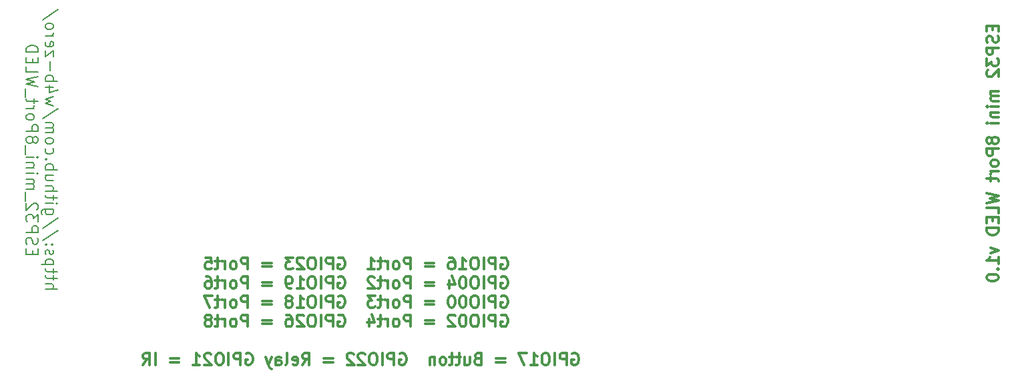
<source format=gbo>
G04 #@! TF.GenerationSoftware,KiCad,Pcbnew,7.0.2-6a45011f42~172~ubuntu22.04.1*
G04 #@! TF.CreationDate,2023-05-15T00:50:54+02:00*
G04 #@! TF.ProjectId,ESP32_mini_8Port_WLED,45535033-325f-46d6-996e-695f38506f72,rev?*
G04 #@! TF.SameCoordinates,Original*
G04 #@! TF.FileFunction,Legend,Bot*
G04 #@! TF.FilePolarity,Positive*
%FSLAX46Y46*%
G04 Gerber Fmt 4.6, Leading zero omitted, Abs format (unit mm)*
G04 Created by KiCad (PCBNEW 7.0.2-6a45011f42~172~ubuntu22.04.1) date 2023-05-15 00:50:54*
%MOMM*%
%LPD*%
G01*
G04 APERTURE LIST*
G04 Aperture macros list*
%AMRoundRect*
0 Rectangle with rounded corners*
0 $1 Rounding radius*
0 $2 $3 $4 $5 $6 $7 $8 $9 X,Y pos of 4 corners*
0 Add a 4 corners polygon primitive as box body*
4,1,4,$2,$3,$4,$5,$6,$7,$8,$9,$2,$3,0*
0 Add four circle primitives for the rounded corners*
1,1,$1+$1,$2,$3*
1,1,$1+$1,$4,$5*
1,1,$1+$1,$6,$7*
1,1,$1+$1,$8,$9*
0 Add four rect primitives between the rounded corners*
20,1,$1+$1,$2,$3,$4,$5,0*
20,1,$1+$1,$4,$5,$6,$7,0*
20,1,$1+$1,$6,$7,$8,$9,0*
20,1,$1+$1,$8,$9,$2,$3,0*%
G04 Aperture macros list end*
%ADD10C,0.187500*%
%ADD11C,0.300000*%
%ADD12R,1.600000X1.600000*%
%ADD13C,1.600000*%
%ADD14R,2.400000X2.400000*%
%ADD15C,2.400000*%
%ADD16R,1.500000X1.050000*%
%ADD17RoundRect,0.262500X0.487500X-0.262500X0.487500X0.262500X-0.487500X0.262500X-0.487500X-0.262500X0*%
%ADD18R,1.700000X1.700000*%
%ADD19O,1.700000X1.700000*%
%ADD20RoundRect,0.250200X-0.649800X-0.649800X0.649800X-0.649800X0.649800X0.649800X-0.649800X0.649800X0*%
%ADD21C,1.800000*%
%ADD22O,3.048000X1.850000*%
%ADD23O,1.600000X1.600000*%
%ADD24C,3.000000*%
%ADD25C,2.500000*%
%ADD26C,2.100000*%
%ADD27R,2.100000X2.100000*%
%ADD28R,2.200000X2.200000*%
%ADD29O,2.200000X2.200000*%
%ADD30C,1.400000*%
%ADD31C,0.800000*%
%ADD32C,7.000000*%
G04 APERTURE END LIST*
D10*
X80491071Y-125132859D02*
X81991071Y-125132859D01*
X80491071Y-124490002D02*
X81276785Y-124490002D01*
X81276785Y-124490002D02*
X81419642Y-124561430D01*
X81419642Y-124561430D02*
X81491071Y-124704287D01*
X81491071Y-124704287D02*
X81491071Y-124918573D01*
X81491071Y-124918573D02*
X81419642Y-125061430D01*
X81419642Y-125061430D02*
X81348214Y-125132859D01*
X81491071Y-123990001D02*
X81491071Y-123418573D01*
X81991071Y-123775716D02*
X80705357Y-123775716D01*
X80705357Y-123775716D02*
X80562500Y-123704287D01*
X80562500Y-123704287D02*
X80491071Y-123561430D01*
X80491071Y-123561430D02*
X80491071Y-123418573D01*
X81491071Y-123132858D02*
X81491071Y-122561430D01*
X81991071Y-122918573D02*
X80705357Y-122918573D01*
X80705357Y-122918573D02*
X80562500Y-122847144D01*
X80562500Y-122847144D02*
X80491071Y-122704287D01*
X80491071Y-122704287D02*
X80491071Y-122561430D01*
X81491071Y-122061430D02*
X79991071Y-122061430D01*
X81419642Y-122061430D02*
X81491071Y-121918573D01*
X81491071Y-121918573D02*
X81491071Y-121632858D01*
X81491071Y-121632858D02*
X81419642Y-121490001D01*
X81419642Y-121490001D02*
X81348214Y-121418573D01*
X81348214Y-121418573D02*
X81205357Y-121347144D01*
X81205357Y-121347144D02*
X80776785Y-121347144D01*
X80776785Y-121347144D02*
X80633928Y-121418573D01*
X80633928Y-121418573D02*
X80562500Y-121490001D01*
X80562500Y-121490001D02*
X80491071Y-121632858D01*
X80491071Y-121632858D02*
X80491071Y-121918573D01*
X80491071Y-121918573D02*
X80562500Y-122061430D01*
X80562500Y-120775715D02*
X80491071Y-120632858D01*
X80491071Y-120632858D02*
X80491071Y-120347144D01*
X80491071Y-120347144D02*
X80562500Y-120204287D01*
X80562500Y-120204287D02*
X80705357Y-120132858D01*
X80705357Y-120132858D02*
X80776785Y-120132858D01*
X80776785Y-120132858D02*
X80919642Y-120204287D01*
X80919642Y-120204287D02*
X80991071Y-120347144D01*
X80991071Y-120347144D02*
X80991071Y-120561430D01*
X80991071Y-120561430D02*
X81062500Y-120704287D01*
X81062500Y-120704287D02*
X81205357Y-120775715D01*
X81205357Y-120775715D02*
X81276785Y-120775715D01*
X81276785Y-120775715D02*
X81419642Y-120704287D01*
X81419642Y-120704287D02*
X81491071Y-120561430D01*
X81491071Y-120561430D02*
X81491071Y-120347144D01*
X81491071Y-120347144D02*
X81419642Y-120204287D01*
X80633928Y-119490001D02*
X80562500Y-119418572D01*
X80562500Y-119418572D02*
X80491071Y-119490001D01*
X80491071Y-119490001D02*
X80562500Y-119561429D01*
X80562500Y-119561429D02*
X80633928Y-119490001D01*
X80633928Y-119490001D02*
X80491071Y-119490001D01*
X81419642Y-119490001D02*
X81348214Y-119418572D01*
X81348214Y-119418572D02*
X81276785Y-119490001D01*
X81276785Y-119490001D02*
X81348214Y-119561429D01*
X81348214Y-119561429D02*
X81419642Y-119490001D01*
X81419642Y-119490001D02*
X81276785Y-119490001D01*
X82062500Y-117704286D02*
X80133928Y-118990000D01*
X82062500Y-116132857D02*
X80133928Y-117418571D01*
X81491071Y-114990000D02*
X80276785Y-114990000D01*
X80276785Y-114990000D02*
X80133928Y-115061428D01*
X80133928Y-115061428D02*
X80062500Y-115132857D01*
X80062500Y-115132857D02*
X79991071Y-115275714D01*
X79991071Y-115275714D02*
X79991071Y-115490000D01*
X79991071Y-115490000D02*
X80062500Y-115632857D01*
X80562500Y-114990000D02*
X80491071Y-115132857D01*
X80491071Y-115132857D02*
X80491071Y-115418571D01*
X80491071Y-115418571D02*
X80562500Y-115561428D01*
X80562500Y-115561428D02*
X80633928Y-115632857D01*
X80633928Y-115632857D02*
X80776785Y-115704285D01*
X80776785Y-115704285D02*
X81205357Y-115704285D01*
X81205357Y-115704285D02*
X81348214Y-115632857D01*
X81348214Y-115632857D02*
X81419642Y-115561428D01*
X81419642Y-115561428D02*
X81491071Y-115418571D01*
X81491071Y-115418571D02*
X81491071Y-115132857D01*
X81491071Y-115132857D02*
X81419642Y-114990000D01*
X80491071Y-114275714D02*
X81491071Y-114275714D01*
X81991071Y-114275714D02*
X81919642Y-114347142D01*
X81919642Y-114347142D02*
X81848214Y-114275714D01*
X81848214Y-114275714D02*
X81919642Y-114204285D01*
X81919642Y-114204285D02*
X81991071Y-114275714D01*
X81991071Y-114275714D02*
X81848214Y-114275714D01*
X81491071Y-113775713D02*
X81491071Y-113204285D01*
X81991071Y-113561428D02*
X80705357Y-113561428D01*
X80705357Y-113561428D02*
X80562500Y-113489999D01*
X80562500Y-113489999D02*
X80491071Y-113347142D01*
X80491071Y-113347142D02*
X80491071Y-113204285D01*
X80491071Y-112704285D02*
X81991071Y-112704285D01*
X80491071Y-112061428D02*
X81276785Y-112061428D01*
X81276785Y-112061428D02*
X81419642Y-112132856D01*
X81419642Y-112132856D02*
X81491071Y-112275713D01*
X81491071Y-112275713D02*
X81491071Y-112489999D01*
X81491071Y-112489999D02*
X81419642Y-112632856D01*
X81419642Y-112632856D02*
X81348214Y-112704285D01*
X81491071Y-110704285D02*
X80491071Y-110704285D01*
X81491071Y-111347142D02*
X80705357Y-111347142D01*
X80705357Y-111347142D02*
X80562500Y-111275713D01*
X80562500Y-111275713D02*
X80491071Y-111132856D01*
X80491071Y-111132856D02*
X80491071Y-110918570D01*
X80491071Y-110918570D02*
X80562500Y-110775713D01*
X80562500Y-110775713D02*
X80633928Y-110704285D01*
X80491071Y-109989999D02*
X81991071Y-109989999D01*
X81419642Y-109989999D02*
X81491071Y-109847142D01*
X81491071Y-109847142D02*
X81491071Y-109561427D01*
X81491071Y-109561427D02*
X81419642Y-109418570D01*
X81419642Y-109418570D02*
X81348214Y-109347142D01*
X81348214Y-109347142D02*
X81205357Y-109275713D01*
X81205357Y-109275713D02*
X80776785Y-109275713D01*
X80776785Y-109275713D02*
X80633928Y-109347142D01*
X80633928Y-109347142D02*
X80562500Y-109418570D01*
X80562500Y-109418570D02*
X80491071Y-109561427D01*
X80491071Y-109561427D02*
X80491071Y-109847142D01*
X80491071Y-109847142D02*
X80562500Y-109989999D01*
X80633928Y-108632856D02*
X80562500Y-108561427D01*
X80562500Y-108561427D02*
X80491071Y-108632856D01*
X80491071Y-108632856D02*
X80562500Y-108704284D01*
X80562500Y-108704284D02*
X80633928Y-108632856D01*
X80633928Y-108632856D02*
X80491071Y-108632856D01*
X80562500Y-107275713D02*
X80491071Y-107418570D01*
X80491071Y-107418570D02*
X80491071Y-107704284D01*
X80491071Y-107704284D02*
X80562500Y-107847141D01*
X80562500Y-107847141D02*
X80633928Y-107918570D01*
X80633928Y-107918570D02*
X80776785Y-107989998D01*
X80776785Y-107989998D02*
X81205357Y-107989998D01*
X81205357Y-107989998D02*
X81348214Y-107918570D01*
X81348214Y-107918570D02*
X81419642Y-107847141D01*
X81419642Y-107847141D02*
X81491071Y-107704284D01*
X81491071Y-107704284D02*
X81491071Y-107418570D01*
X81491071Y-107418570D02*
X81419642Y-107275713D01*
X80491071Y-106418570D02*
X80562500Y-106561427D01*
X80562500Y-106561427D02*
X80633928Y-106632856D01*
X80633928Y-106632856D02*
X80776785Y-106704284D01*
X80776785Y-106704284D02*
X81205357Y-106704284D01*
X81205357Y-106704284D02*
X81348214Y-106632856D01*
X81348214Y-106632856D02*
X81419642Y-106561427D01*
X81419642Y-106561427D02*
X81491071Y-106418570D01*
X81491071Y-106418570D02*
X81491071Y-106204284D01*
X81491071Y-106204284D02*
X81419642Y-106061427D01*
X81419642Y-106061427D02*
X81348214Y-105989999D01*
X81348214Y-105989999D02*
X81205357Y-105918570D01*
X81205357Y-105918570D02*
X80776785Y-105918570D01*
X80776785Y-105918570D02*
X80633928Y-105989999D01*
X80633928Y-105989999D02*
X80562500Y-106061427D01*
X80562500Y-106061427D02*
X80491071Y-106204284D01*
X80491071Y-106204284D02*
X80491071Y-106418570D01*
X80491071Y-105275713D02*
X81491071Y-105275713D01*
X81348214Y-105275713D02*
X81419642Y-105204284D01*
X81419642Y-105204284D02*
X81491071Y-105061427D01*
X81491071Y-105061427D02*
X81491071Y-104847141D01*
X81491071Y-104847141D02*
X81419642Y-104704284D01*
X81419642Y-104704284D02*
X81276785Y-104632856D01*
X81276785Y-104632856D02*
X80491071Y-104632856D01*
X81276785Y-104632856D02*
X81419642Y-104561427D01*
X81419642Y-104561427D02*
X81491071Y-104418570D01*
X81491071Y-104418570D02*
X81491071Y-104204284D01*
X81491071Y-104204284D02*
X81419642Y-104061427D01*
X81419642Y-104061427D02*
X81276785Y-103989998D01*
X81276785Y-103989998D02*
X80491071Y-103989998D01*
X82062500Y-102204284D02*
X80133928Y-103489998D01*
X81491071Y-101847141D02*
X80491071Y-101561427D01*
X80491071Y-101561427D02*
X81205357Y-101275712D01*
X81205357Y-101275712D02*
X80491071Y-100989998D01*
X80491071Y-100989998D02*
X81491071Y-100704284D01*
X81491071Y-99489998D02*
X80491071Y-99489998D01*
X82062500Y-99847140D02*
X80991071Y-100204283D01*
X80991071Y-100204283D02*
X80991071Y-99275712D01*
X80491071Y-98704284D02*
X81991071Y-98704284D01*
X81419642Y-98704284D02*
X81491071Y-98561427D01*
X81491071Y-98561427D02*
X81491071Y-98275712D01*
X81491071Y-98275712D02*
X81419642Y-98132855D01*
X81419642Y-98132855D02*
X81348214Y-98061427D01*
X81348214Y-98061427D02*
X81205357Y-97989998D01*
X81205357Y-97989998D02*
X80776785Y-97989998D01*
X80776785Y-97989998D02*
X80633928Y-98061427D01*
X80633928Y-98061427D02*
X80562500Y-98132855D01*
X80562500Y-98132855D02*
X80491071Y-98275712D01*
X80491071Y-98275712D02*
X80491071Y-98561427D01*
X80491071Y-98561427D02*
X80562500Y-98704284D01*
X81062500Y-97347141D02*
X81062500Y-96204284D01*
X81491071Y-95632855D02*
X81491071Y-94847141D01*
X81491071Y-94847141D02*
X80491071Y-95632855D01*
X80491071Y-95632855D02*
X80491071Y-94847141D01*
X80562500Y-93704283D02*
X80491071Y-93847140D01*
X80491071Y-93847140D02*
X80491071Y-94132855D01*
X80491071Y-94132855D02*
X80562500Y-94275712D01*
X80562500Y-94275712D02*
X80705357Y-94347140D01*
X80705357Y-94347140D02*
X81276785Y-94347140D01*
X81276785Y-94347140D02*
X81419642Y-94275712D01*
X81419642Y-94275712D02*
X81491071Y-94132855D01*
X81491071Y-94132855D02*
X81491071Y-93847140D01*
X81491071Y-93847140D02*
X81419642Y-93704283D01*
X81419642Y-93704283D02*
X81276785Y-93632855D01*
X81276785Y-93632855D02*
X81133928Y-93632855D01*
X81133928Y-93632855D02*
X80991071Y-94347140D01*
X80491071Y-92989998D02*
X81491071Y-92989998D01*
X81205357Y-92989998D02*
X81348214Y-92918569D01*
X81348214Y-92918569D02*
X81419642Y-92847141D01*
X81419642Y-92847141D02*
X81491071Y-92704283D01*
X81491071Y-92704283D02*
X81491071Y-92561426D01*
X80491071Y-91847141D02*
X80562500Y-91989998D01*
X80562500Y-91989998D02*
X80633928Y-92061427D01*
X80633928Y-92061427D02*
X80776785Y-92132855D01*
X80776785Y-92132855D02*
X81205357Y-92132855D01*
X81205357Y-92132855D02*
X81348214Y-92061427D01*
X81348214Y-92061427D02*
X81419642Y-91989998D01*
X81419642Y-91989998D02*
X81491071Y-91847141D01*
X81491071Y-91847141D02*
X81491071Y-91632855D01*
X81491071Y-91632855D02*
X81419642Y-91489998D01*
X81419642Y-91489998D02*
X81348214Y-91418570D01*
X81348214Y-91418570D02*
X81205357Y-91347141D01*
X81205357Y-91347141D02*
X80776785Y-91347141D01*
X80776785Y-91347141D02*
X80633928Y-91418570D01*
X80633928Y-91418570D02*
X80562500Y-91489998D01*
X80562500Y-91489998D02*
X80491071Y-91632855D01*
X80491071Y-91632855D02*
X80491071Y-91847141D01*
X82062500Y-89632855D02*
X80133928Y-90918569D01*
X78846785Y-120739999D02*
X78846785Y-120239999D01*
X78061071Y-120025713D02*
X78061071Y-120739999D01*
X78061071Y-120739999D02*
X79561071Y-120739999D01*
X79561071Y-120739999D02*
X79561071Y-120025713D01*
X78132500Y-119454284D02*
X78061071Y-119239999D01*
X78061071Y-119239999D02*
X78061071Y-118882856D01*
X78061071Y-118882856D02*
X78132500Y-118739999D01*
X78132500Y-118739999D02*
X78203928Y-118668570D01*
X78203928Y-118668570D02*
X78346785Y-118597141D01*
X78346785Y-118597141D02*
X78489642Y-118597141D01*
X78489642Y-118597141D02*
X78632500Y-118668570D01*
X78632500Y-118668570D02*
X78703928Y-118739999D01*
X78703928Y-118739999D02*
X78775357Y-118882856D01*
X78775357Y-118882856D02*
X78846785Y-119168570D01*
X78846785Y-119168570D02*
X78918214Y-119311427D01*
X78918214Y-119311427D02*
X78989642Y-119382856D01*
X78989642Y-119382856D02*
X79132500Y-119454284D01*
X79132500Y-119454284D02*
X79275357Y-119454284D01*
X79275357Y-119454284D02*
X79418214Y-119382856D01*
X79418214Y-119382856D02*
X79489642Y-119311427D01*
X79489642Y-119311427D02*
X79561071Y-119168570D01*
X79561071Y-119168570D02*
X79561071Y-118811427D01*
X79561071Y-118811427D02*
X79489642Y-118597141D01*
X78061071Y-117954285D02*
X79561071Y-117954285D01*
X79561071Y-117954285D02*
X79561071Y-117382856D01*
X79561071Y-117382856D02*
X79489642Y-117239999D01*
X79489642Y-117239999D02*
X79418214Y-117168570D01*
X79418214Y-117168570D02*
X79275357Y-117097142D01*
X79275357Y-117097142D02*
X79061071Y-117097142D01*
X79061071Y-117097142D02*
X78918214Y-117168570D01*
X78918214Y-117168570D02*
X78846785Y-117239999D01*
X78846785Y-117239999D02*
X78775357Y-117382856D01*
X78775357Y-117382856D02*
X78775357Y-117954285D01*
X79561071Y-116597142D02*
X79561071Y-115668570D01*
X79561071Y-115668570D02*
X78989642Y-116168570D01*
X78989642Y-116168570D02*
X78989642Y-115954285D01*
X78989642Y-115954285D02*
X78918214Y-115811428D01*
X78918214Y-115811428D02*
X78846785Y-115739999D01*
X78846785Y-115739999D02*
X78703928Y-115668570D01*
X78703928Y-115668570D02*
X78346785Y-115668570D01*
X78346785Y-115668570D02*
X78203928Y-115739999D01*
X78203928Y-115739999D02*
X78132500Y-115811428D01*
X78132500Y-115811428D02*
X78061071Y-115954285D01*
X78061071Y-115954285D02*
X78061071Y-116382856D01*
X78061071Y-116382856D02*
X78132500Y-116525713D01*
X78132500Y-116525713D02*
X78203928Y-116597142D01*
X79418214Y-115097142D02*
X79489642Y-115025714D01*
X79489642Y-115025714D02*
X79561071Y-114882857D01*
X79561071Y-114882857D02*
X79561071Y-114525714D01*
X79561071Y-114525714D02*
X79489642Y-114382857D01*
X79489642Y-114382857D02*
X79418214Y-114311428D01*
X79418214Y-114311428D02*
X79275357Y-114239999D01*
X79275357Y-114239999D02*
X79132500Y-114239999D01*
X79132500Y-114239999D02*
X78918214Y-114311428D01*
X78918214Y-114311428D02*
X78061071Y-115168571D01*
X78061071Y-115168571D02*
X78061071Y-114239999D01*
X77918214Y-113954286D02*
X77918214Y-112811428D01*
X78061071Y-112454286D02*
X79061071Y-112454286D01*
X78918214Y-112454286D02*
X78989642Y-112382857D01*
X78989642Y-112382857D02*
X79061071Y-112240000D01*
X79061071Y-112240000D02*
X79061071Y-112025714D01*
X79061071Y-112025714D02*
X78989642Y-111882857D01*
X78989642Y-111882857D02*
X78846785Y-111811429D01*
X78846785Y-111811429D02*
X78061071Y-111811429D01*
X78846785Y-111811429D02*
X78989642Y-111740000D01*
X78989642Y-111740000D02*
X79061071Y-111597143D01*
X79061071Y-111597143D02*
X79061071Y-111382857D01*
X79061071Y-111382857D02*
X78989642Y-111240000D01*
X78989642Y-111240000D02*
X78846785Y-111168571D01*
X78846785Y-111168571D02*
X78061071Y-111168571D01*
X78061071Y-110454286D02*
X79061071Y-110454286D01*
X79561071Y-110454286D02*
X79489642Y-110525714D01*
X79489642Y-110525714D02*
X79418214Y-110454286D01*
X79418214Y-110454286D02*
X79489642Y-110382857D01*
X79489642Y-110382857D02*
X79561071Y-110454286D01*
X79561071Y-110454286D02*
X79418214Y-110454286D01*
X79061071Y-109740000D02*
X78061071Y-109740000D01*
X78918214Y-109740000D02*
X78989642Y-109668571D01*
X78989642Y-109668571D02*
X79061071Y-109525714D01*
X79061071Y-109525714D02*
X79061071Y-109311428D01*
X79061071Y-109311428D02*
X78989642Y-109168571D01*
X78989642Y-109168571D02*
X78846785Y-109097143D01*
X78846785Y-109097143D02*
X78061071Y-109097143D01*
X78061071Y-108382857D02*
X79061071Y-108382857D01*
X79561071Y-108382857D02*
X79489642Y-108454285D01*
X79489642Y-108454285D02*
X79418214Y-108382857D01*
X79418214Y-108382857D02*
X79489642Y-108311428D01*
X79489642Y-108311428D02*
X79561071Y-108382857D01*
X79561071Y-108382857D02*
X79418214Y-108382857D01*
X77918214Y-108025714D02*
X77918214Y-106882856D01*
X78918214Y-106311428D02*
X78989642Y-106454285D01*
X78989642Y-106454285D02*
X79061071Y-106525714D01*
X79061071Y-106525714D02*
X79203928Y-106597142D01*
X79203928Y-106597142D02*
X79275357Y-106597142D01*
X79275357Y-106597142D02*
X79418214Y-106525714D01*
X79418214Y-106525714D02*
X79489642Y-106454285D01*
X79489642Y-106454285D02*
X79561071Y-106311428D01*
X79561071Y-106311428D02*
X79561071Y-106025714D01*
X79561071Y-106025714D02*
X79489642Y-105882857D01*
X79489642Y-105882857D02*
X79418214Y-105811428D01*
X79418214Y-105811428D02*
X79275357Y-105739999D01*
X79275357Y-105739999D02*
X79203928Y-105739999D01*
X79203928Y-105739999D02*
X79061071Y-105811428D01*
X79061071Y-105811428D02*
X78989642Y-105882857D01*
X78989642Y-105882857D02*
X78918214Y-106025714D01*
X78918214Y-106025714D02*
X78918214Y-106311428D01*
X78918214Y-106311428D02*
X78846785Y-106454285D01*
X78846785Y-106454285D02*
X78775357Y-106525714D01*
X78775357Y-106525714D02*
X78632500Y-106597142D01*
X78632500Y-106597142D02*
X78346785Y-106597142D01*
X78346785Y-106597142D02*
X78203928Y-106525714D01*
X78203928Y-106525714D02*
X78132500Y-106454285D01*
X78132500Y-106454285D02*
X78061071Y-106311428D01*
X78061071Y-106311428D02*
X78061071Y-106025714D01*
X78061071Y-106025714D02*
X78132500Y-105882857D01*
X78132500Y-105882857D02*
X78203928Y-105811428D01*
X78203928Y-105811428D02*
X78346785Y-105739999D01*
X78346785Y-105739999D02*
X78632500Y-105739999D01*
X78632500Y-105739999D02*
X78775357Y-105811428D01*
X78775357Y-105811428D02*
X78846785Y-105882857D01*
X78846785Y-105882857D02*
X78918214Y-106025714D01*
X78061071Y-105097143D02*
X79561071Y-105097143D01*
X79561071Y-105097143D02*
X79561071Y-104525714D01*
X79561071Y-104525714D02*
X79489642Y-104382857D01*
X79489642Y-104382857D02*
X79418214Y-104311428D01*
X79418214Y-104311428D02*
X79275357Y-104240000D01*
X79275357Y-104240000D02*
X79061071Y-104240000D01*
X79061071Y-104240000D02*
X78918214Y-104311428D01*
X78918214Y-104311428D02*
X78846785Y-104382857D01*
X78846785Y-104382857D02*
X78775357Y-104525714D01*
X78775357Y-104525714D02*
X78775357Y-105097143D01*
X78061071Y-103382857D02*
X78132500Y-103525714D01*
X78132500Y-103525714D02*
X78203928Y-103597143D01*
X78203928Y-103597143D02*
X78346785Y-103668571D01*
X78346785Y-103668571D02*
X78775357Y-103668571D01*
X78775357Y-103668571D02*
X78918214Y-103597143D01*
X78918214Y-103597143D02*
X78989642Y-103525714D01*
X78989642Y-103525714D02*
X79061071Y-103382857D01*
X79061071Y-103382857D02*
X79061071Y-103168571D01*
X79061071Y-103168571D02*
X78989642Y-103025714D01*
X78989642Y-103025714D02*
X78918214Y-102954286D01*
X78918214Y-102954286D02*
X78775357Y-102882857D01*
X78775357Y-102882857D02*
X78346785Y-102882857D01*
X78346785Y-102882857D02*
X78203928Y-102954286D01*
X78203928Y-102954286D02*
X78132500Y-103025714D01*
X78132500Y-103025714D02*
X78061071Y-103168571D01*
X78061071Y-103168571D02*
X78061071Y-103382857D01*
X78061071Y-102240000D02*
X79061071Y-102240000D01*
X78775357Y-102240000D02*
X78918214Y-102168571D01*
X78918214Y-102168571D02*
X78989642Y-102097143D01*
X78989642Y-102097143D02*
X79061071Y-101954285D01*
X79061071Y-101954285D02*
X79061071Y-101811428D01*
X79061071Y-101525714D02*
X79061071Y-100954286D01*
X79561071Y-101311429D02*
X78275357Y-101311429D01*
X78275357Y-101311429D02*
X78132500Y-101240000D01*
X78132500Y-101240000D02*
X78061071Y-101097143D01*
X78061071Y-101097143D02*
X78061071Y-100954286D01*
X77918214Y-100811429D02*
X77918214Y-99668571D01*
X79561071Y-99454286D02*
X78061071Y-99097143D01*
X78061071Y-99097143D02*
X79132500Y-98811429D01*
X79132500Y-98811429D02*
X78061071Y-98525714D01*
X78061071Y-98525714D02*
X79561071Y-98168572D01*
X78061071Y-96882857D02*
X78061071Y-97597143D01*
X78061071Y-97597143D02*
X79561071Y-97597143D01*
X78846785Y-96382857D02*
X78846785Y-95882857D01*
X78061071Y-95668571D02*
X78061071Y-96382857D01*
X78061071Y-96382857D02*
X79561071Y-96382857D01*
X79561071Y-96382857D02*
X79561071Y-95668571D01*
X78061071Y-95025714D02*
X79561071Y-95025714D01*
X79561071Y-95025714D02*
X79561071Y-94668571D01*
X79561071Y-94668571D02*
X79489642Y-94454285D01*
X79489642Y-94454285D02*
X79346785Y-94311428D01*
X79346785Y-94311428D02*
X79203928Y-94239999D01*
X79203928Y-94239999D02*
X78918214Y-94168571D01*
X78918214Y-94168571D02*
X78703928Y-94168571D01*
X78703928Y-94168571D02*
X78418214Y-94239999D01*
X78418214Y-94239999D02*
X78275357Y-94311428D01*
X78275357Y-94311428D02*
X78132500Y-94454285D01*
X78132500Y-94454285D02*
X78061071Y-94668571D01*
X78061071Y-94668571D02*
X78061071Y-95025714D01*
D11*
X200590714Y-91687142D02*
X200590714Y-92187142D01*
X201376428Y-92401428D02*
X201376428Y-91687142D01*
X201376428Y-91687142D02*
X199876428Y-91687142D01*
X199876428Y-91687142D02*
X199876428Y-92401428D01*
X201305000Y-92972857D02*
X201376428Y-93187143D01*
X201376428Y-93187143D02*
X201376428Y-93544285D01*
X201376428Y-93544285D02*
X201305000Y-93687143D01*
X201305000Y-93687143D02*
X201233571Y-93758571D01*
X201233571Y-93758571D02*
X201090714Y-93830000D01*
X201090714Y-93830000D02*
X200947857Y-93830000D01*
X200947857Y-93830000D02*
X200805000Y-93758571D01*
X200805000Y-93758571D02*
X200733571Y-93687143D01*
X200733571Y-93687143D02*
X200662142Y-93544285D01*
X200662142Y-93544285D02*
X200590714Y-93258571D01*
X200590714Y-93258571D02*
X200519285Y-93115714D01*
X200519285Y-93115714D02*
X200447857Y-93044285D01*
X200447857Y-93044285D02*
X200305000Y-92972857D01*
X200305000Y-92972857D02*
X200162142Y-92972857D01*
X200162142Y-92972857D02*
X200019285Y-93044285D01*
X200019285Y-93044285D02*
X199947857Y-93115714D01*
X199947857Y-93115714D02*
X199876428Y-93258571D01*
X199876428Y-93258571D02*
X199876428Y-93615714D01*
X199876428Y-93615714D02*
X199947857Y-93830000D01*
X201376428Y-94472856D02*
X199876428Y-94472856D01*
X199876428Y-94472856D02*
X199876428Y-95044285D01*
X199876428Y-95044285D02*
X199947857Y-95187142D01*
X199947857Y-95187142D02*
X200019285Y-95258571D01*
X200019285Y-95258571D02*
X200162142Y-95329999D01*
X200162142Y-95329999D02*
X200376428Y-95329999D01*
X200376428Y-95329999D02*
X200519285Y-95258571D01*
X200519285Y-95258571D02*
X200590714Y-95187142D01*
X200590714Y-95187142D02*
X200662142Y-95044285D01*
X200662142Y-95044285D02*
X200662142Y-94472856D01*
X199876428Y-95829999D02*
X199876428Y-96758571D01*
X199876428Y-96758571D02*
X200447857Y-96258571D01*
X200447857Y-96258571D02*
X200447857Y-96472856D01*
X200447857Y-96472856D02*
X200519285Y-96615714D01*
X200519285Y-96615714D02*
X200590714Y-96687142D01*
X200590714Y-96687142D02*
X200733571Y-96758571D01*
X200733571Y-96758571D02*
X201090714Y-96758571D01*
X201090714Y-96758571D02*
X201233571Y-96687142D01*
X201233571Y-96687142D02*
X201305000Y-96615714D01*
X201305000Y-96615714D02*
X201376428Y-96472856D01*
X201376428Y-96472856D02*
X201376428Y-96044285D01*
X201376428Y-96044285D02*
X201305000Y-95901428D01*
X201305000Y-95901428D02*
X201233571Y-95829999D01*
X200019285Y-97329999D02*
X199947857Y-97401427D01*
X199947857Y-97401427D02*
X199876428Y-97544285D01*
X199876428Y-97544285D02*
X199876428Y-97901427D01*
X199876428Y-97901427D02*
X199947857Y-98044285D01*
X199947857Y-98044285D02*
X200019285Y-98115713D01*
X200019285Y-98115713D02*
X200162142Y-98187142D01*
X200162142Y-98187142D02*
X200305000Y-98187142D01*
X200305000Y-98187142D02*
X200519285Y-98115713D01*
X200519285Y-98115713D02*
X201376428Y-97258570D01*
X201376428Y-97258570D02*
X201376428Y-98187142D01*
X201376428Y-99972855D02*
X200376428Y-99972855D01*
X200519285Y-99972855D02*
X200447857Y-100044284D01*
X200447857Y-100044284D02*
X200376428Y-100187141D01*
X200376428Y-100187141D02*
X200376428Y-100401427D01*
X200376428Y-100401427D02*
X200447857Y-100544284D01*
X200447857Y-100544284D02*
X200590714Y-100615713D01*
X200590714Y-100615713D02*
X201376428Y-100615713D01*
X200590714Y-100615713D02*
X200447857Y-100687141D01*
X200447857Y-100687141D02*
X200376428Y-100829998D01*
X200376428Y-100829998D02*
X200376428Y-101044284D01*
X200376428Y-101044284D02*
X200447857Y-101187141D01*
X200447857Y-101187141D02*
X200590714Y-101258570D01*
X200590714Y-101258570D02*
X201376428Y-101258570D01*
X201376428Y-101972855D02*
X200376428Y-101972855D01*
X199876428Y-101972855D02*
X199947857Y-101901427D01*
X199947857Y-101901427D02*
X200019285Y-101972855D01*
X200019285Y-101972855D02*
X199947857Y-102044284D01*
X199947857Y-102044284D02*
X199876428Y-101972855D01*
X199876428Y-101972855D02*
X200019285Y-101972855D01*
X200376428Y-102687141D02*
X201376428Y-102687141D01*
X200519285Y-102687141D02*
X200447857Y-102758570D01*
X200447857Y-102758570D02*
X200376428Y-102901427D01*
X200376428Y-102901427D02*
X200376428Y-103115713D01*
X200376428Y-103115713D02*
X200447857Y-103258570D01*
X200447857Y-103258570D02*
X200590714Y-103329999D01*
X200590714Y-103329999D02*
X201376428Y-103329999D01*
X201376428Y-104044284D02*
X200376428Y-104044284D01*
X199876428Y-104044284D02*
X199947857Y-103972856D01*
X199947857Y-103972856D02*
X200019285Y-104044284D01*
X200019285Y-104044284D02*
X199947857Y-104115713D01*
X199947857Y-104115713D02*
X199876428Y-104044284D01*
X199876428Y-104044284D02*
X200019285Y-104044284D01*
X200519285Y-106115713D02*
X200447857Y-105972856D01*
X200447857Y-105972856D02*
X200376428Y-105901427D01*
X200376428Y-105901427D02*
X200233571Y-105829999D01*
X200233571Y-105829999D02*
X200162142Y-105829999D01*
X200162142Y-105829999D02*
X200019285Y-105901427D01*
X200019285Y-105901427D02*
X199947857Y-105972856D01*
X199947857Y-105972856D02*
X199876428Y-106115713D01*
X199876428Y-106115713D02*
X199876428Y-106401427D01*
X199876428Y-106401427D02*
X199947857Y-106544285D01*
X199947857Y-106544285D02*
X200019285Y-106615713D01*
X200019285Y-106615713D02*
X200162142Y-106687142D01*
X200162142Y-106687142D02*
X200233571Y-106687142D01*
X200233571Y-106687142D02*
X200376428Y-106615713D01*
X200376428Y-106615713D02*
X200447857Y-106544285D01*
X200447857Y-106544285D02*
X200519285Y-106401427D01*
X200519285Y-106401427D02*
X200519285Y-106115713D01*
X200519285Y-106115713D02*
X200590714Y-105972856D01*
X200590714Y-105972856D02*
X200662142Y-105901427D01*
X200662142Y-105901427D02*
X200805000Y-105829999D01*
X200805000Y-105829999D02*
X201090714Y-105829999D01*
X201090714Y-105829999D02*
X201233571Y-105901427D01*
X201233571Y-105901427D02*
X201305000Y-105972856D01*
X201305000Y-105972856D02*
X201376428Y-106115713D01*
X201376428Y-106115713D02*
X201376428Y-106401427D01*
X201376428Y-106401427D02*
X201305000Y-106544285D01*
X201305000Y-106544285D02*
X201233571Y-106615713D01*
X201233571Y-106615713D02*
X201090714Y-106687142D01*
X201090714Y-106687142D02*
X200805000Y-106687142D01*
X200805000Y-106687142D02*
X200662142Y-106615713D01*
X200662142Y-106615713D02*
X200590714Y-106544285D01*
X200590714Y-106544285D02*
X200519285Y-106401427D01*
X201376428Y-107329998D02*
X199876428Y-107329998D01*
X199876428Y-107329998D02*
X199876428Y-107901427D01*
X199876428Y-107901427D02*
X199947857Y-108044284D01*
X199947857Y-108044284D02*
X200019285Y-108115713D01*
X200019285Y-108115713D02*
X200162142Y-108187141D01*
X200162142Y-108187141D02*
X200376428Y-108187141D01*
X200376428Y-108187141D02*
X200519285Y-108115713D01*
X200519285Y-108115713D02*
X200590714Y-108044284D01*
X200590714Y-108044284D02*
X200662142Y-107901427D01*
X200662142Y-107901427D02*
X200662142Y-107329998D01*
X201376428Y-109044284D02*
X201305000Y-108901427D01*
X201305000Y-108901427D02*
X201233571Y-108829998D01*
X201233571Y-108829998D02*
X201090714Y-108758570D01*
X201090714Y-108758570D02*
X200662142Y-108758570D01*
X200662142Y-108758570D02*
X200519285Y-108829998D01*
X200519285Y-108829998D02*
X200447857Y-108901427D01*
X200447857Y-108901427D02*
X200376428Y-109044284D01*
X200376428Y-109044284D02*
X200376428Y-109258570D01*
X200376428Y-109258570D02*
X200447857Y-109401427D01*
X200447857Y-109401427D02*
X200519285Y-109472856D01*
X200519285Y-109472856D02*
X200662142Y-109544284D01*
X200662142Y-109544284D02*
X201090714Y-109544284D01*
X201090714Y-109544284D02*
X201233571Y-109472856D01*
X201233571Y-109472856D02*
X201305000Y-109401427D01*
X201305000Y-109401427D02*
X201376428Y-109258570D01*
X201376428Y-109258570D02*
X201376428Y-109044284D01*
X201376428Y-110187141D02*
X200376428Y-110187141D01*
X200662142Y-110187141D02*
X200519285Y-110258570D01*
X200519285Y-110258570D02*
X200447857Y-110329999D01*
X200447857Y-110329999D02*
X200376428Y-110472856D01*
X200376428Y-110472856D02*
X200376428Y-110615713D01*
X200376428Y-110901427D02*
X200376428Y-111472855D01*
X199876428Y-111115712D02*
X201162142Y-111115712D01*
X201162142Y-111115712D02*
X201305000Y-111187141D01*
X201305000Y-111187141D02*
X201376428Y-111329998D01*
X201376428Y-111329998D02*
X201376428Y-111472855D01*
X199876428Y-112972855D02*
X201376428Y-113329998D01*
X201376428Y-113329998D02*
X200305000Y-113615712D01*
X200305000Y-113615712D02*
X201376428Y-113901427D01*
X201376428Y-113901427D02*
X199876428Y-114258570D01*
X201376428Y-115544284D02*
X201376428Y-114829998D01*
X201376428Y-114829998D02*
X199876428Y-114829998D01*
X200590714Y-116044284D02*
X200590714Y-116544284D01*
X201376428Y-116758570D02*
X201376428Y-116044284D01*
X201376428Y-116044284D02*
X199876428Y-116044284D01*
X199876428Y-116044284D02*
X199876428Y-116758570D01*
X201376428Y-117401427D02*
X199876428Y-117401427D01*
X199876428Y-117401427D02*
X199876428Y-117758570D01*
X199876428Y-117758570D02*
X199947857Y-117972856D01*
X199947857Y-117972856D02*
X200090714Y-118115713D01*
X200090714Y-118115713D02*
X200233571Y-118187142D01*
X200233571Y-118187142D02*
X200519285Y-118258570D01*
X200519285Y-118258570D02*
X200733571Y-118258570D01*
X200733571Y-118258570D02*
X201019285Y-118187142D01*
X201019285Y-118187142D02*
X201162142Y-118115713D01*
X201162142Y-118115713D02*
X201305000Y-117972856D01*
X201305000Y-117972856D02*
X201376428Y-117758570D01*
X201376428Y-117758570D02*
X201376428Y-117401427D01*
X200376428Y-119901427D02*
X201376428Y-120258570D01*
X201376428Y-120258570D02*
X200376428Y-120615713D01*
X201376428Y-121972856D02*
X201376428Y-121115713D01*
X201376428Y-121544284D02*
X199876428Y-121544284D01*
X199876428Y-121544284D02*
X200090714Y-121401427D01*
X200090714Y-121401427D02*
X200233571Y-121258570D01*
X200233571Y-121258570D02*
X200305000Y-121115713D01*
X201233571Y-122615712D02*
X201305000Y-122687141D01*
X201305000Y-122687141D02*
X201376428Y-122615712D01*
X201376428Y-122615712D02*
X201305000Y-122544284D01*
X201305000Y-122544284D02*
X201233571Y-122615712D01*
X201233571Y-122615712D02*
X201376428Y-122615712D01*
X199876428Y-123615713D02*
X199876428Y-123758570D01*
X199876428Y-123758570D02*
X199947857Y-123901427D01*
X199947857Y-123901427D02*
X200019285Y-123972856D01*
X200019285Y-123972856D02*
X200162142Y-124044284D01*
X200162142Y-124044284D02*
X200447857Y-124115713D01*
X200447857Y-124115713D02*
X200805000Y-124115713D01*
X200805000Y-124115713D02*
X201090714Y-124044284D01*
X201090714Y-124044284D02*
X201233571Y-123972856D01*
X201233571Y-123972856D02*
X201305000Y-123901427D01*
X201305000Y-123901427D02*
X201376428Y-123758570D01*
X201376428Y-123758570D02*
X201376428Y-123615713D01*
X201376428Y-123615713D02*
X201305000Y-123472856D01*
X201305000Y-123472856D02*
X201233571Y-123401427D01*
X201233571Y-123401427D02*
X201090714Y-123329998D01*
X201090714Y-123329998D02*
X200805000Y-123258570D01*
X200805000Y-123258570D02*
X200447857Y-123258570D01*
X200447857Y-123258570D02*
X200162142Y-123329998D01*
X200162142Y-123329998D02*
X200019285Y-123401427D01*
X200019285Y-123401427D02*
X199947857Y-123472856D01*
X199947857Y-123472856D02*
X199876428Y-123615713D01*
X138297141Y-121210357D02*
X138439999Y-121138928D01*
X138439999Y-121138928D02*
X138654284Y-121138928D01*
X138654284Y-121138928D02*
X138868570Y-121210357D01*
X138868570Y-121210357D02*
X139011427Y-121353214D01*
X139011427Y-121353214D02*
X139082856Y-121496071D01*
X139082856Y-121496071D02*
X139154284Y-121781785D01*
X139154284Y-121781785D02*
X139154284Y-121996071D01*
X139154284Y-121996071D02*
X139082856Y-122281785D01*
X139082856Y-122281785D02*
X139011427Y-122424642D01*
X139011427Y-122424642D02*
X138868570Y-122567500D01*
X138868570Y-122567500D02*
X138654284Y-122638928D01*
X138654284Y-122638928D02*
X138511427Y-122638928D01*
X138511427Y-122638928D02*
X138297141Y-122567500D01*
X138297141Y-122567500D02*
X138225713Y-122496071D01*
X138225713Y-122496071D02*
X138225713Y-121996071D01*
X138225713Y-121996071D02*
X138511427Y-121996071D01*
X137582856Y-122638928D02*
X137582856Y-121138928D01*
X137582856Y-121138928D02*
X137011427Y-121138928D01*
X137011427Y-121138928D02*
X136868570Y-121210357D01*
X136868570Y-121210357D02*
X136797141Y-121281785D01*
X136797141Y-121281785D02*
X136725713Y-121424642D01*
X136725713Y-121424642D02*
X136725713Y-121638928D01*
X136725713Y-121638928D02*
X136797141Y-121781785D01*
X136797141Y-121781785D02*
X136868570Y-121853214D01*
X136868570Y-121853214D02*
X137011427Y-121924642D01*
X137011427Y-121924642D02*
X137582856Y-121924642D01*
X136082856Y-122638928D02*
X136082856Y-121138928D01*
X135082855Y-121138928D02*
X134797141Y-121138928D01*
X134797141Y-121138928D02*
X134654284Y-121210357D01*
X134654284Y-121210357D02*
X134511427Y-121353214D01*
X134511427Y-121353214D02*
X134439998Y-121638928D01*
X134439998Y-121638928D02*
X134439998Y-122138928D01*
X134439998Y-122138928D02*
X134511427Y-122424642D01*
X134511427Y-122424642D02*
X134654284Y-122567500D01*
X134654284Y-122567500D02*
X134797141Y-122638928D01*
X134797141Y-122638928D02*
X135082855Y-122638928D01*
X135082855Y-122638928D02*
X135225713Y-122567500D01*
X135225713Y-122567500D02*
X135368570Y-122424642D01*
X135368570Y-122424642D02*
X135439998Y-122138928D01*
X135439998Y-122138928D02*
X135439998Y-121638928D01*
X135439998Y-121638928D02*
X135368570Y-121353214D01*
X135368570Y-121353214D02*
X135225713Y-121210357D01*
X135225713Y-121210357D02*
X135082855Y-121138928D01*
X133011426Y-122638928D02*
X133868569Y-122638928D01*
X133439998Y-122638928D02*
X133439998Y-121138928D01*
X133439998Y-121138928D02*
X133582855Y-121353214D01*
X133582855Y-121353214D02*
X133725712Y-121496071D01*
X133725712Y-121496071D02*
X133868569Y-121567500D01*
X131725713Y-121138928D02*
X132011427Y-121138928D01*
X132011427Y-121138928D02*
X132154284Y-121210357D01*
X132154284Y-121210357D02*
X132225713Y-121281785D01*
X132225713Y-121281785D02*
X132368570Y-121496071D01*
X132368570Y-121496071D02*
X132439998Y-121781785D01*
X132439998Y-121781785D02*
X132439998Y-122353214D01*
X132439998Y-122353214D02*
X132368570Y-122496071D01*
X132368570Y-122496071D02*
X132297141Y-122567500D01*
X132297141Y-122567500D02*
X132154284Y-122638928D01*
X132154284Y-122638928D02*
X131868570Y-122638928D01*
X131868570Y-122638928D02*
X131725713Y-122567500D01*
X131725713Y-122567500D02*
X131654284Y-122496071D01*
X131654284Y-122496071D02*
X131582855Y-122353214D01*
X131582855Y-122353214D02*
X131582855Y-121996071D01*
X131582855Y-121996071D02*
X131654284Y-121853214D01*
X131654284Y-121853214D02*
X131725713Y-121781785D01*
X131725713Y-121781785D02*
X131868570Y-121710357D01*
X131868570Y-121710357D02*
X132154284Y-121710357D01*
X132154284Y-121710357D02*
X132297141Y-121781785D01*
X132297141Y-121781785D02*
X132368570Y-121853214D01*
X132368570Y-121853214D02*
X132439998Y-121996071D01*
X129797142Y-121853214D02*
X128654285Y-121853214D01*
X128654285Y-122281785D02*
X129797142Y-122281785D01*
X126797142Y-122638928D02*
X126797142Y-121138928D01*
X126797142Y-121138928D02*
X126225713Y-121138928D01*
X126225713Y-121138928D02*
X126082856Y-121210357D01*
X126082856Y-121210357D02*
X126011427Y-121281785D01*
X126011427Y-121281785D02*
X125939999Y-121424642D01*
X125939999Y-121424642D02*
X125939999Y-121638928D01*
X125939999Y-121638928D02*
X126011427Y-121781785D01*
X126011427Y-121781785D02*
X126082856Y-121853214D01*
X126082856Y-121853214D02*
X126225713Y-121924642D01*
X126225713Y-121924642D02*
X126797142Y-121924642D01*
X125082856Y-122638928D02*
X125225713Y-122567500D01*
X125225713Y-122567500D02*
X125297142Y-122496071D01*
X125297142Y-122496071D02*
X125368570Y-122353214D01*
X125368570Y-122353214D02*
X125368570Y-121924642D01*
X125368570Y-121924642D02*
X125297142Y-121781785D01*
X125297142Y-121781785D02*
X125225713Y-121710357D01*
X125225713Y-121710357D02*
X125082856Y-121638928D01*
X125082856Y-121638928D02*
X124868570Y-121638928D01*
X124868570Y-121638928D02*
X124725713Y-121710357D01*
X124725713Y-121710357D02*
X124654285Y-121781785D01*
X124654285Y-121781785D02*
X124582856Y-121924642D01*
X124582856Y-121924642D02*
X124582856Y-122353214D01*
X124582856Y-122353214D02*
X124654285Y-122496071D01*
X124654285Y-122496071D02*
X124725713Y-122567500D01*
X124725713Y-122567500D02*
X124868570Y-122638928D01*
X124868570Y-122638928D02*
X125082856Y-122638928D01*
X123939999Y-122638928D02*
X123939999Y-121638928D01*
X123939999Y-121924642D02*
X123868570Y-121781785D01*
X123868570Y-121781785D02*
X123797142Y-121710357D01*
X123797142Y-121710357D02*
X123654284Y-121638928D01*
X123654284Y-121638928D02*
X123511427Y-121638928D01*
X123225713Y-121638928D02*
X122654285Y-121638928D01*
X123011428Y-121138928D02*
X123011428Y-122424642D01*
X123011428Y-122424642D02*
X122939999Y-122567500D01*
X122939999Y-122567500D02*
X122797142Y-122638928D01*
X122797142Y-122638928D02*
X122654285Y-122638928D01*
X121368570Y-122638928D02*
X122225713Y-122638928D01*
X121797142Y-122638928D02*
X121797142Y-121138928D01*
X121797142Y-121138928D02*
X121939999Y-121353214D01*
X121939999Y-121353214D02*
X122082856Y-121496071D01*
X122082856Y-121496071D02*
X122225713Y-121567500D01*
X117654285Y-121210357D02*
X117797143Y-121138928D01*
X117797143Y-121138928D02*
X118011428Y-121138928D01*
X118011428Y-121138928D02*
X118225714Y-121210357D01*
X118225714Y-121210357D02*
X118368571Y-121353214D01*
X118368571Y-121353214D02*
X118440000Y-121496071D01*
X118440000Y-121496071D02*
X118511428Y-121781785D01*
X118511428Y-121781785D02*
X118511428Y-121996071D01*
X118511428Y-121996071D02*
X118440000Y-122281785D01*
X118440000Y-122281785D02*
X118368571Y-122424642D01*
X118368571Y-122424642D02*
X118225714Y-122567500D01*
X118225714Y-122567500D02*
X118011428Y-122638928D01*
X118011428Y-122638928D02*
X117868571Y-122638928D01*
X117868571Y-122638928D02*
X117654285Y-122567500D01*
X117654285Y-122567500D02*
X117582857Y-122496071D01*
X117582857Y-122496071D02*
X117582857Y-121996071D01*
X117582857Y-121996071D02*
X117868571Y-121996071D01*
X116940000Y-122638928D02*
X116940000Y-121138928D01*
X116940000Y-121138928D02*
X116368571Y-121138928D01*
X116368571Y-121138928D02*
X116225714Y-121210357D01*
X116225714Y-121210357D02*
X116154285Y-121281785D01*
X116154285Y-121281785D02*
X116082857Y-121424642D01*
X116082857Y-121424642D02*
X116082857Y-121638928D01*
X116082857Y-121638928D02*
X116154285Y-121781785D01*
X116154285Y-121781785D02*
X116225714Y-121853214D01*
X116225714Y-121853214D02*
X116368571Y-121924642D01*
X116368571Y-121924642D02*
X116940000Y-121924642D01*
X115440000Y-122638928D02*
X115440000Y-121138928D01*
X114439999Y-121138928D02*
X114154285Y-121138928D01*
X114154285Y-121138928D02*
X114011428Y-121210357D01*
X114011428Y-121210357D02*
X113868571Y-121353214D01*
X113868571Y-121353214D02*
X113797142Y-121638928D01*
X113797142Y-121638928D02*
X113797142Y-122138928D01*
X113797142Y-122138928D02*
X113868571Y-122424642D01*
X113868571Y-122424642D02*
X114011428Y-122567500D01*
X114011428Y-122567500D02*
X114154285Y-122638928D01*
X114154285Y-122638928D02*
X114439999Y-122638928D01*
X114439999Y-122638928D02*
X114582857Y-122567500D01*
X114582857Y-122567500D02*
X114725714Y-122424642D01*
X114725714Y-122424642D02*
X114797142Y-122138928D01*
X114797142Y-122138928D02*
X114797142Y-121638928D01*
X114797142Y-121638928D02*
X114725714Y-121353214D01*
X114725714Y-121353214D02*
X114582857Y-121210357D01*
X114582857Y-121210357D02*
X114439999Y-121138928D01*
X113225713Y-121281785D02*
X113154285Y-121210357D01*
X113154285Y-121210357D02*
X113011428Y-121138928D01*
X113011428Y-121138928D02*
X112654285Y-121138928D01*
X112654285Y-121138928D02*
X112511428Y-121210357D01*
X112511428Y-121210357D02*
X112439999Y-121281785D01*
X112439999Y-121281785D02*
X112368570Y-121424642D01*
X112368570Y-121424642D02*
X112368570Y-121567500D01*
X112368570Y-121567500D02*
X112439999Y-121781785D01*
X112439999Y-121781785D02*
X113297142Y-122638928D01*
X113297142Y-122638928D02*
X112368570Y-122638928D01*
X111868571Y-121138928D02*
X110939999Y-121138928D01*
X110939999Y-121138928D02*
X111439999Y-121710357D01*
X111439999Y-121710357D02*
X111225714Y-121710357D01*
X111225714Y-121710357D02*
X111082857Y-121781785D01*
X111082857Y-121781785D02*
X111011428Y-121853214D01*
X111011428Y-121853214D02*
X110939999Y-121996071D01*
X110939999Y-121996071D02*
X110939999Y-122353214D01*
X110939999Y-122353214D02*
X111011428Y-122496071D01*
X111011428Y-122496071D02*
X111082857Y-122567500D01*
X111082857Y-122567500D02*
X111225714Y-122638928D01*
X111225714Y-122638928D02*
X111654285Y-122638928D01*
X111654285Y-122638928D02*
X111797142Y-122567500D01*
X111797142Y-122567500D02*
X111868571Y-122496071D01*
X109154286Y-121853214D02*
X108011429Y-121853214D01*
X108011429Y-122281785D02*
X109154286Y-122281785D01*
X106154286Y-122638928D02*
X106154286Y-121138928D01*
X106154286Y-121138928D02*
X105582857Y-121138928D01*
X105582857Y-121138928D02*
X105440000Y-121210357D01*
X105440000Y-121210357D02*
X105368571Y-121281785D01*
X105368571Y-121281785D02*
X105297143Y-121424642D01*
X105297143Y-121424642D02*
X105297143Y-121638928D01*
X105297143Y-121638928D02*
X105368571Y-121781785D01*
X105368571Y-121781785D02*
X105440000Y-121853214D01*
X105440000Y-121853214D02*
X105582857Y-121924642D01*
X105582857Y-121924642D02*
X106154286Y-121924642D01*
X104440000Y-122638928D02*
X104582857Y-122567500D01*
X104582857Y-122567500D02*
X104654286Y-122496071D01*
X104654286Y-122496071D02*
X104725714Y-122353214D01*
X104725714Y-122353214D02*
X104725714Y-121924642D01*
X104725714Y-121924642D02*
X104654286Y-121781785D01*
X104654286Y-121781785D02*
X104582857Y-121710357D01*
X104582857Y-121710357D02*
X104440000Y-121638928D01*
X104440000Y-121638928D02*
X104225714Y-121638928D01*
X104225714Y-121638928D02*
X104082857Y-121710357D01*
X104082857Y-121710357D02*
X104011429Y-121781785D01*
X104011429Y-121781785D02*
X103940000Y-121924642D01*
X103940000Y-121924642D02*
X103940000Y-122353214D01*
X103940000Y-122353214D02*
X104011429Y-122496071D01*
X104011429Y-122496071D02*
X104082857Y-122567500D01*
X104082857Y-122567500D02*
X104225714Y-122638928D01*
X104225714Y-122638928D02*
X104440000Y-122638928D01*
X103297143Y-122638928D02*
X103297143Y-121638928D01*
X103297143Y-121924642D02*
X103225714Y-121781785D01*
X103225714Y-121781785D02*
X103154286Y-121710357D01*
X103154286Y-121710357D02*
X103011428Y-121638928D01*
X103011428Y-121638928D02*
X102868571Y-121638928D01*
X102582857Y-121638928D02*
X102011429Y-121638928D01*
X102368572Y-121138928D02*
X102368572Y-122424642D01*
X102368572Y-122424642D02*
X102297143Y-122567500D01*
X102297143Y-122567500D02*
X102154286Y-122638928D01*
X102154286Y-122638928D02*
X102011429Y-122638928D01*
X100797143Y-121138928D02*
X101511429Y-121138928D01*
X101511429Y-121138928D02*
X101582857Y-121853214D01*
X101582857Y-121853214D02*
X101511429Y-121781785D01*
X101511429Y-121781785D02*
X101368572Y-121710357D01*
X101368572Y-121710357D02*
X101011429Y-121710357D01*
X101011429Y-121710357D02*
X100868572Y-121781785D01*
X100868572Y-121781785D02*
X100797143Y-121853214D01*
X100797143Y-121853214D02*
X100725714Y-121996071D01*
X100725714Y-121996071D02*
X100725714Y-122353214D01*
X100725714Y-122353214D02*
X100797143Y-122496071D01*
X100797143Y-122496071D02*
X100868572Y-122567500D01*
X100868572Y-122567500D02*
X101011429Y-122638928D01*
X101011429Y-122638928D02*
X101368572Y-122638928D01*
X101368572Y-122638928D02*
X101511429Y-122567500D01*
X101511429Y-122567500D02*
X101582857Y-122496071D01*
X138297141Y-123640357D02*
X138439999Y-123568928D01*
X138439999Y-123568928D02*
X138654284Y-123568928D01*
X138654284Y-123568928D02*
X138868570Y-123640357D01*
X138868570Y-123640357D02*
X139011427Y-123783214D01*
X139011427Y-123783214D02*
X139082856Y-123926071D01*
X139082856Y-123926071D02*
X139154284Y-124211785D01*
X139154284Y-124211785D02*
X139154284Y-124426071D01*
X139154284Y-124426071D02*
X139082856Y-124711785D01*
X139082856Y-124711785D02*
X139011427Y-124854642D01*
X139011427Y-124854642D02*
X138868570Y-124997500D01*
X138868570Y-124997500D02*
X138654284Y-125068928D01*
X138654284Y-125068928D02*
X138511427Y-125068928D01*
X138511427Y-125068928D02*
X138297141Y-124997500D01*
X138297141Y-124997500D02*
X138225713Y-124926071D01*
X138225713Y-124926071D02*
X138225713Y-124426071D01*
X138225713Y-124426071D02*
X138511427Y-124426071D01*
X137582856Y-125068928D02*
X137582856Y-123568928D01*
X137582856Y-123568928D02*
X137011427Y-123568928D01*
X137011427Y-123568928D02*
X136868570Y-123640357D01*
X136868570Y-123640357D02*
X136797141Y-123711785D01*
X136797141Y-123711785D02*
X136725713Y-123854642D01*
X136725713Y-123854642D02*
X136725713Y-124068928D01*
X136725713Y-124068928D02*
X136797141Y-124211785D01*
X136797141Y-124211785D02*
X136868570Y-124283214D01*
X136868570Y-124283214D02*
X137011427Y-124354642D01*
X137011427Y-124354642D02*
X137582856Y-124354642D01*
X136082856Y-125068928D02*
X136082856Y-123568928D01*
X135082855Y-123568928D02*
X134797141Y-123568928D01*
X134797141Y-123568928D02*
X134654284Y-123640357D01*
X134654284Y-123640357D02*
X134511427Y-123783214D01*
X134511427Y-123783214D02*
X134439998Y-124068928D01*
X134439998Y-124068928D02*
X134439998Y-124568928D01*
X134439998Y-124568928D02*
X134511427Y-124854642D01*
X134511427Y-124854642D02*
X134654284Y-124997500D01*
X134654284Y-124997500D02*
X134797141Y-125068928D01*
X134797141Y-125068928D02*
X135082855Y-125068928D01*
X135082855Y-125068928D02*
X135225713Y-124997500D01*
X135225713Y-124997500D02*
X135368570Y-124854642D01*
X135368570Y-124854642D02*
X135439998Y-124568928D01*
X135439998Y-124568928D02*
X135439998Y-124068928D01*
X135439998Y-124068928D02*
X135368570Y-123783214D01*
X135368570Y-123783214D02*
X135225713Y-123640357D01*
X135225713Y-123640357D02*
X135082855Y-123568928D01*
X133511426Y-123568928D02*
X133368569Y-123568928D01*
X133368569Y-123568928D02*
X133225712Y-123640357D01*
X133225712Y-123640357D02*
X133154284Y-123711785D01*
X133154284Y-123711785D02*
X133082855Y-123854642D01*
X133082855Y-123854642D02*
X133011426Y-124140357D01*
X133011426Y-124140357D02*
X133011426Y-124497500D01*
X133011426Y-124497500D02*
X133082855Y-124783214D01*
X133082855Y-124783214D02*
X133154284Y-124926071D01*
X133154284Y-124926071D02*
X133225712Y-124997500D01*
X133225712Y-124997500D02*
X133368569Y-125068928D01*
X133368569Y-125068928D02*
X133511426Y-125068928D01*
X133511426Y-125068928D02*
X133654284Y-124997500D01*
X133654284Y-124997500D02*
X133725712Y-124926071D01*
X133725712Y-124926071D02*
X133797141Y-124783214D01*
X133797141Y-124783214D02*
X133868569Y-124497500D01*
X133868569Y-124497500D02*
X133868569Y-124140357D01*
X133868569Y-124140357D02*
X133797141Y-123854642D01*
X133797141Y-123854642D02*
X133725712Y-123711785D01*
X133725712Y-123711785D02*
X133654284Y-123640357D01*
X133654284Y-123640357D02*
X133511426Y-123568928D01*
X131725713Y-124068928D02*
X131725713Y-125068928D01*
X132082855Y-123497500D02*
X132439998Y-124568928D01*
X132439998Y-124568928D02*
X131511427Y-124568928D01*
X129797142Y-124283214D02*
X128654285Y-124283214D01*
X128654285Y-124711785D02*
X129797142Y-124711785D01*
X126797142Y-125068928D02*
X126797142Y-123568928D01*
X126797142Y-123568928D02*
X126225713Y-123568928D01*
X126225713Y-123568928D02*
X126082856Y-123640357D01*
X126082856Y-123640357D02*
X126011427Y-123711785D01*
X126011427Y-123711785D02*
X125939999Y-123854642D01*
X125939999Y-123854642D02*
X125939999Y-124068928D01*
X125939999Y-124068928D02*
X126011427Y-124211785D01*
X126011427Y-124211785D02*
X126082856Y-124283214D01*
X126082856Y-124283214D02*
X126225713Y-124354642D01*
X126225713Y-124354642D02*
X126797142Y-124354642D01*
X125082856Y-125068928D02*
X125225713Y-124997500D01*
X125225713Y-124997500D02*
X125297142Y-124926071D01*
X125297142Y-124926071D02*
X125368570Y-124783214D01*
X125368570Y-124783214D02*
X125368570Y-124354642D01*
X125368570Y-124354642D02*
X125297142Y-124211785D01*
X125297142Y-124211785D02*
X125225713Y-124140357D01*
X125225713Y-124140357D02*
X125082856Y-124068928D01*
X125082856Y-124068928D02*
X124868570Y-124068928D01*
X124868570Y-124068928D02*
X124725713Y-124140357D01*
X124725713Y-124140357D02*
X124654285Y-124211785D01*
X124654285Y-124211785D02*
X124582856Y-124354642D01*
X124582856Y-124354642D02*
X124582856Y-124783214D01*
X124582856Y-124783214D02*
X124654285Y-124926071D01*
X124654285Y-124926071D02*
X124725713Y-124997500D01*
X124725713Y-124997500D02*
X124868570Y-125068928D01*
X124868570Y-125068928D02*
X125082856Y-125068928D01*
X123939999Y-125068928D02*
X123939999Y-124068928D01*
X123939999Y-124354642D02*
X123868570Y-124211785D01*
X123868570Y-124211785D02*
X123797142Y-124140357D01*
X123797142Y-124140357D02*
X123654284Y-124068928D01*
X123654284Y-124068928D02*
X123511427Y-124068928D01*
X123225713Y-124068928D02*
X122654285Y-124068928D01*
X123011428Y-123568928D02*
X123011428Y-124854642D01*
X123011428Y-124854642D02*
X122939999Y-124997500D01*
X122939999Y-124997500D02*
X122797142Y-125068928D01*
X122797142Y-125068928D02*
X122654285Y-125068928D01*
X122225713Y-123711785D02*
X122154285Y-123640357D01*
X122154285Y-123640357D02*
X122011428Y-123568928D01*
X122011428Y-123568928D02*
X121654285Y-123568928D01*
X121654285Y-123568928D02*
X121511428Y-123640357D01*
X121511428Y-123640357D02*
X121439999Y-123711785D01*
X121439999Y-123711785D02*
X121368570Y-123854642D01*
X121368570Y-123854642D02*
X121368570Y-123997500D01*
X121368570Y-123997500D02*
X121439999Y-124211785D01*
X121439999Y-124211785D02*
X122297142Y-125068928D01*
X122297142Y-125068928D02*
X121368570Y-125068928D01*
X117654285Y-123640357D02*
X117797143Y-123568928D01*
X117797143Y-123568928D02*
X118011428Y-123568928D01*
X118011428Y-123568928D02*
X118225714Y-123640357D01*
X118225714Y-123640357D02*
X118368571Y-123783214D01*
X118368571Y-123783214D02*
X118440000Y-123926071D01*
X118440000Y-123926071D02*
X118511428Y-124211785D01*
X118511428Y-124211785D02*
X118511428Y-124426071D01*
X118511428Y-124426071D02*
X118440000Y-124711785D01*
X118440000Y-124711785D02*
X118368571Y-124854642D01*
X118368571Y-124854642D02*
X118225714Y-124997500D01*
X118225714Y-124997500D02*
X118011428Y-125068928D01*
X118011428Y-125068928D02*
X117868571Y-125068928D01*
X117868571Y-125068928D02*
X117654285Y-124997500D01*
X117654285Y-124997500D02*
X117582857Y-124926071D01*
X117582857Y-124926071D02*
X117582857Y-124426071D01*
X117582857Y-124426071D02*
X117868571Y-124426071D01*
X116940000Y-125068928D02*
X116940000Y-123568928D01*
X116940000Y-123568928D02*
X116368571Y-123568928D01*
X116368571Y-123568928D02*
X116225714Y-123640357D01*
X116225714Y-123640357D02*
X116154285Y-123711785D01*
X116154285Y-123711785D02*
X116082857Y-123854642D01*
X116082857Y-123854642D02*
X116082857Y-124068928D01*
X116082857Y-124068928D02*
X116154285Y-124211785D01*
X116154285Y-124211785D02*
X116225714Y-124283214D01*
X116225714Y-124283214D02*
X116368571Y-124354642D01*
X116368571Y-124354642D02*
X116940000Y-124354642D01*
X115440000Y-125068928D02*
X115440000Y-123568928D01*
X114439999Y-123568928D02*
X114154285Y-123568928D01*
X114154285Y-123568928D02*
X114011428Y-123640357D01*
X114011428Y-123640357D02*
X113868571Y-123783214D01*
X113868571Y-123783214D02*
X113797142Y-124068928D01*
X113797142Y-124068928D02*
X113797142Y-124568928D01*
X113797142Y-124568928D02*
X113868571Y-124854642D01*
X113868571Y-124854642D02*
X114011428Y-124997500D01*
X114011428Y-124997500D02*
X114154285Y-125068928D01*
X114154285Y-125068928D02*
X114439999Y-125068928D01*
X114439999Y-125068928D02*
X114582857Y-124997500D01*
X114582857Y-124997500D02*
X114725714Y-124854642D01*
X114725714Y-124854642D02*
X114797142Y-124568928D01*
X114797142Y-124568928D02*
X114797142Y-124068928D01*
X114797142Y-124068928D02*
X114725714Y-123783214D01*
X114725714Y-123783214D02*
X114582857Y-123640357D01*
X114582857Y-123640357D02*
X114439999Y-123568928D01*
X112368570Y-125068928D02*
X113225713Y-125068928D01*
X112797142Y-125068928D02*
X112797142Y-123568928D01*
X112797142Y-123568928D02*
X112939999Y-123783214D01*
X112939999Y-123783214D02*
X113082856Y-123926071D01*
X113082856Y-123926071D02*
X113225713Y-123997500D01*
X111654285Y-125068928D02*
X111368571Y-125068928D01*
X111368571Y-125068928D02*
X111225714Y-124997500D01*
X111225714Y-124997500D02*
X111154285Y-124926071D01*
X111154285Y-124926071D02*
X111011428Y-124711785D01*
X111011428Y-124711785D02*
X110939999Y-124426071D01*
X110939999Y-124426071D02*
X110939999Y-123854642D01*
X110939999Y-123854642D02*
X111011428Y-123711785D01*
X111011428Y-123711785D02*
X111082857Y-123640357D01*
X111082857Y-123640357D02*
X111225714Y-123568928D01*
X111225714Y-123568928D02*
X111511428Y-123568928D01*
X111511428Y-123568928D02*
X111654285Y-123640357D01*
X111654285Y-123640357D02*
X111725714Y-123711785D01*
X111725714Y-123711785D02*
X111797142Y-123854642D01*
X111797142Y-123854642D02*
X111797142Y-124211785D01*
X111797142Y-124211785D02*
X111725714Y-124354642D01*
X111725714Y-124354642D02*
X111654285Y-124426071D01*
X111654285Y-124426071D02*
X111511428Y-124497500D01*
X111511428Y-124497500D02*
X111225714Y-124497500D01*
X111225714Y-124497500D02*
X111082857Y-124426071D01*
X111082857Y-124426071D02*
X111011428Y-124354642D01*
X111011428Y-124354642D02*
X110939999Y-124211785D01*
X109154286Y-124283214D02*
X108011429Y-124283214D01*
X108011429Y-124711785D02*
X109154286Y-124711785D01*
X106154286Y-125068928D02*
X106154286Y-123568928D01*
X106154286Y-123568928D02*
X105582857Y-123568928D01*
X105582857Y-123568928D02*
X105440000Y-123640357D01*
X105440000Y-123640357D02*
X105368571Y-123711785D01*
X105368571Y-123711785D02*
X105297143Y-123854642D01*
X105297143Y-123854642D02*
X105297143Y-124068928D01*
X105297143Y-124068928D02*
X105368571Y-124211785D01*
X105368571Y-124211785D02*
X105440000Y-124283214D01*
X105440000Y-124283214D02*
X105582857Y-124354642D01*
X105582857Y-124354642D02*
X106154286Y-124354642D01*
X104440000Y-125068928D02*
X104582857Y-124997500D01*
X104582857Y-124997500D02*
X104654286Y-124926071D01*
X104654286Y-124926071D02*
X104725714Y-124783214D01*
X104725714Y-124783214D02*
X104725714Y-124354642D01*
X104725714Y-124354642D02*
X104654286Y-124211785D01*
X104654286Y-124211785D02*
X104582857Y-124140357D01*
X104582857Y-124140357D02*
X104440000Y-124068928D01*
X104440000Y-124068928D02*
X104225714Y-124068928D01*
X104225714Y-124068928D02*
X104082857Y-124140357D01*
X104082857Y-124140357D02*
X104011429Y-124211785D01*
X104011429Y-124211785D02*
X103940000Y-124354642D01*
X103940000Y-124354642D02*
X103940000Y-124783214D01*
X103940000Y-124783214D02*
X104011429Y-124926071D01*
X104011429Y-124926071D02*
X104082857Y-124997500D01*
X104082857Y-124997500D02*
X104225714Y-125068928D01*
X104225714Y-125068928D02*
X104440000Y-125068928D01*
X103297143Y-125068928D02*
X103297143Y-124068928D01*
X103297143Y-124354642D02*
X103225714Y-124211785D01*
X103225714Y-124211785D02*
X103154286Y-124140357D01*
X103154286Y-124140357D02*
X103011428Y-124068928D01*
X103011428Y-124068928D02*
X102868571Y-124068928D01*
X102582857Y-124068928D02*
X102011429Y-124068928D01*
X102368572Y-123568928D02*
X102368572Y-124854642D01*
X102368572Y-124854642D02*
X102297143Y-124997500D01*
X102297143Y-124997500D02*
X102154286Y-125068928D01*
X102154286Y-125068928D02*
X102011429Y-125068928D01*
X100868572Y-123568928D02*
X101154286Y-123568928D01*
X101154286Y-123568928D02*
X101297143Y-123640357D01*
X101297143Y-123640357D02*
X101368572Y-123711785D01*
X101368572Y-123711785D02*
X101511429Y-123926071D01*
X101511429Y-123926071D02*
X101582857Y-124211785D01*
X101582857Y-124211785D02*
X101582857Y-124783214D01*
X101582857Y-124783214D02*
X101511429Y-124926071D01*
X101511429Y-124926071D02*
X101440000Y-124997500D01*
X101440000Y-124997500D02*
X101297143Y-125068928D01*
X101297143Y-125068928D02*
X101011429Y-125068928D01*
X101011429Y-125068928D02*
X100868572Y-124997500D01*
X100868572Y-124997500D02*
X100797143Y-124926071D01*
X100797143Y-124926071D02*
X100725714Y-124783214D01*
X100725714Y-124783214D02*
X100725714Y-124426071D01*
X100725714Y-124426071D02*
X100797143Y-124283214D01*
X100797143Y-124283214D02*
X100868572Y-124211785D01*
X100868572Y-124211785D02*
X101011429Y-124140357D01*
X101011429Y-124140357D02*
X101297143Y-124140357D01*
X101297143Y-124140357D02*
X101440000Y-124211785D01*
X101440000Y-124211785D02*
X101511429Y-124283214D01*
X101511429Y-124283214D02*
X101582857Y-124426071D01*
X138297141Y-126070357D02*
X138439999Y-125998928D01*
X138439999Y-125998928D02*
X138654284Y-125998928D01*
X138654284Y-125998928D02*
X138868570Y-126070357D01*
X138868570Y-126070357D02*
X139011427Y-126213214D01*
X139011427Y-126213214D02*
X139082856Y-126356071D01*
X139082856Y-126356071D02*
X139154284Y-126641785D01*
X139154284Y-126641785D02*
X139154284Y-126856071D01*
X139154284Y-126856071D02*
X139082856Y-127141785D01*
X139082856Y-127141785D02*
X139011427Y-127284642D01*
X139011427Y-127284642D02*
X138868570Y-127427500D01*
X138868570Y-127427500D02*
X138654284Y-127498928D01*
X138654284Y-127498928D02*
X138511427Y-127498928D01*
X138511427Y-127498928D02*
X138297141Y-127427500D01*
X138297141Y-127427500D02*
X138225713Y-127356071D01*
X138225713Y-127356071D02*
X138225713Y-126856071D01*
X138225713Y-126856071D02*
X138511427Y-126856071D01*
X137582856Y-127498928D02*
X137582856Y-125998928D01*
X137582856Y-125998928D02*
X137011427Y-125998928D01*
X137011427Y-125998928D02*
X136868570Y-126070357D01*
X136868570Y-126070357D02*
X136797141Y-126141785D01*
X136797141Y-126141785D02*
X136725713Y-126284642D01*
X136725713Y-126284642D02*
X136725713Y-126498928D01*
X136725713Y-126498928D02*
X136797141Y-126641785D01*
X136797141Y-126641785D02*
X136868570Y-126713214D01*
X136868570Y-126713214D02*
X137011427Y-126784642D01*
X137011427Y-126784642D02*
X137582856Y-126784642D01*
X136082856Y-127498928D02*
X136082856Y-125998928D01*
X135082855Y-125998928D02*
X134797141Y-125998928D01*
X134797141Y-125998928D02*
X134654284Y-126070357D01*
X134654284Y-126070357D02*
X134511427Y-126213214D01*
X134511427Y-126213214D02*
X134439998Y-126498928D01*
X134439998Y-126498928D02*
X134439998Y-126998928D01*
X134439998Y-126998928D02*
X134511427Y-127284642D01*
X134511427Y-127284642D02*
X134654284Y-127427500D01*
X134654284Y-127427500D02*
X134797141Y-127498928D01*
X134797141Y-127498928D02*
X135082855Y-127498928D01*
X135082855Y-127498928D02*
X135225713Y-127427500D01*
X135225713Y-127427500D02*
X135368570Y-127284642D01*
X135368570Y-127284642D02*
X135439998Y-126998928D01*
X135439998Y-126998928D02*
X135439998Y-126498928D01*
X135439998Y-126498928D02*
X135368570Y-126213214D01*
X135368570Y-126213214D02*
X135225713Y-126070357D01*
X135225713Y-126070357D02*
X135082855Y-125998928D01*
X133511426Y-125998928D02*
X133368569Y-125998928D01*
X133368569Y-125998928D02*
X133225712Y-126070357D01*
X133225712Y-126070357D02*
X133154284Y-126141785D01*
X133154284Y-126141785D02*
X133082855Y-126284642D01*
X133082855Y-126284642D02*
X133011426Y-126570357D01*
X133011426Y-126570357D02*
X133011426Y-126927500D01*
X133011426Y-126927500D02*
X133082855Y-127213214D01*
X133082855Y-127213214D02*
X133154284Y-127356071D01*
X133154284Y-127356071D02*
X133225712Y-127427500D01*
X133225712Y-127427500D02*
X133368569Y-127498928D01*
X133368569Y-127498928D02*
X133511426Y-127498928D01*
X133511426Y-127498928D02*
X133654284Y-127427500D01*
X133654284Y-127427500D02*
X133725712Y-127356071D01*
X133725712Y-127356071D02*
X133797141Y-127213214D01*
X133797141Y-127213214D02*
X133868569Y-126927500D01*
X133868569Y-126927500D02*
X133868569Y-126570357D01*
X133868569Y-126570357D02*
X133797141Y-126284642D01*
X133797141Y-126284642D02*
X133725712Y-126141785D01*
X133725712Y-126141785D02*
X133654284Y-126070357D01*
X133654284Y-126070357D02*
X133511426Y-125998928D01*
X132082855Y-125998928D02*
X131939998Y-125998928D01*
X131939998Y-125998928D02*
X131797141Y-126070357D01*
X131797141Y-126070357D02*
X131725713Y-126141785D01*
X131725713Y-126141785D02*
X131654284Y-126284642D01*
X131654284Y-126284642D02*
X131582855Y-126570357D01*
X131582855Y-126570357D02*
X131582855Y-126927500D01*
X131582855Y-126927500D02*
X131654284Y-127213214D01*
X131654284Y-127213214D02*
X131725713Y-127356071D01*
X131725713Y-127356071D02*
X131797141Y-127427500D01*
X131797141Y-127427500D02*
X131939998Y-127498928D01*
X131939998Y-127498928D02*
X132082855Y-127498928D01*
X132082855Y-127498928D02*
X132225713Y-127427500D01*
X132225713Y-127427500D02*
X132297141Y-127356071D01*
X132297141Y-127356071D02*
X132368570Y-127213214D01*
X132368570Y-127213214D02*
X132439998Y-126927500D01*
X132439998Y-126927500D02*
X132439998Y-126570357D01*
X132439998Y-126570357D02*
X132368570Y-126284642D01*
X132368570Y-126284642D02*
X132297141Y-126141785D01*
X132297141Y-126141785D02*
X132225713Y-126070357D01*
X132225713Y-126070357D02*
X132082855Y-125998928D01*
X129797142Y-126713214D02*
X128654285Y-126713214D01*
X128654285Y-127141785D02*
X129797142Y-127141785D01*
X126797142Y-127498928D02*
X126797142Y-125998928D01*
X126797142Y-125998928D02*
X126225713Y-125998928D01*
X126225713Y-125998928D02*
X126082856Y-126070357D01*
X126082856Y-126070357D02*
X126011427Y-126141785D01*
X126011427Y-126141785D02*
X125939999Y-126284642D01*
X125939999Y-126284642D02*
X125939999Y-126498928D01*
X125939999Y-126498928D02*
X126011427Y-126641785D01*
X126011427Y-126641785D02*
X126082856Y-126713214D01*
X126082856Y-126713214D02*
X126225713Y-126784642D01*
X126225713Y-126784642D02*
X126797142Y-126784642D01*
X125082856Y-127498928D02*
X125225713Y-127427500D01*
X125225713Y-127427500D02*
X125297142Y-127356071D01*
X125297142Y-127356071D02*
X125368570Y-127213214D01*
X125368570Y-127213214D02*
X125368570Y-126784642D01*
X125368570Y-126784642D02*
X125297142Y-126641785D01*
X125297142Y-126641785D02*
X125225713Y-126570357D01*
X125225713Y-126570357D02*
X125082856Y-126498928D01*
X125082856Y-126498928D02*
X124868570Y-126498928D01*
X124868570Y-126498928D02*
X124725713Y-126570357D01*
X124725713Y-126570357D02*
X124654285Y-126641785D01*
X124654285Y-126641785D02*
X124582856Y-126784642D01*
X124582856Y-126784642D02*
X124582856Y-127213214D01*
X124582856Y-127213214D02*
X124654285Y-127356071D01*
X124654285Y-127356071D02*
X124725713Y-127427500D01*
X124725713Y-127427500D02*
X124868570Y-127498928D01*
X124868570Y-127498928D02*
X125082856Y-127498928D01*
X123939999Y-127498928D02*
X123939999Y-126498928D01*
X123939999Y-126784642D02*
X123868570Y-126641785D01*
X123868570Y-126641785D02*
X123797142Y-126570357D01*
X123797142Y-126570357D02*
X123654284Y-126498928D01*
X123654284Y-126498928D02*
X123511427Y-126498928D01*
X123225713Y-126498928D02*
X122654285Y-126498928D01*
X123011428Y-125998928D02*
X123011428Y-127284642D01*
X123011428Y-127284642D02*
X122939999Y-127427500D01*
X122939999Y-127427500D02*
X122797142Y-127498928D01*
X122797142Y-127498928D02*
X122654285Y-127498928D01*
X122297142Y-125998928D02*
X121368570Y-125998928D01*
X121368570Y-125998928D02*
X121868570Y-126570357D01*
X121868570Y-126570357D02*
X121654285Y-126570357D01*
X121654285Y-126570357D02*
X121511428Y-126641785D01*
X121511428Y-126641785D02*
X121439999Y-126713214D01*
X121439999Y-126713214D02*
X121368570Y-126856071D01*
X121368570Y-126856071D02*
X121368570Y-127213214D01*
X121368570Y-127213214D02*
X121439999Y-127356071D01*
X121439999Y-127356071D02*
X121511428Y-127427500D01*
X121511428Y-127427500D02*
X121654285Y-127498928D01*
X121654285Y-127498928D02*
X122082856Y-127498928D01*
X122082856Y-127498928D02*
X122225713Y-127427500D01*
X122225713Y-127427500D02*
X122297142Y-127356071D01*
X117654285Y-126070357D02*
X117797143Y-125998928D01*
X117797143Y-125998928D02*
X118011428Y-125998928D01*
X118011428Y-125998928D02*
X118225714Y-126070357D01*
X118225714Y-126070357D02*
X118368571Y-126213214D01*
X118368571Y-126213214D02*
X118440000Y-126356071D01*
X118440000Y-126356071D02*
X118511428Y-126641785D01*
X118511428Y-126641785D02*
X118511428Y-126856071D01*
X118511428Y-126856071D02*
X118440000Y-127141785D01*
X118440000Y-127141785D02*
X118368571Y-127284642D01*
X118368571Y-127284642D02*
X118225714Y-127427500D01*
X118225714Y-127427500D02*
X118011428Y-127498928D01*
X118011428Y-127498928D02*
X117868571Y-127498928D01*
X117868571Y-127498928D02*
X117654285Y-127427500D01*
X117654285Y-127427500D02*
X117582857Y-127356071D01*
X117582857Y-127356071D02*
X117582857Y-126856071D01*
X117582857Y-126856071D02*
X117868571Y-126856071D01*
X116940000Y-127498928D02*
X116940000Y-125998928D01*
X116940000Y-125998928D02*
X116368571Y-125998928D01*
X116368571Y-125998928D02*
X116225714Y-126070357D01*
X116225714Y-126070357D02*
X116154285Y-126141785D01*
X116154285Y-126141785D02*
X116082857Y-126284642D01*
X116082857Y-126284642D02*
X116082857Y-126498928D01*
X116082857Y-126498928D02*
X116154285Y-126641785D01*
X116154285Y-126641785D02*
X116225714Y-126713214D01*
X116225714Y-126713214D02*
X116368571Y-126784642D01*
X116368571Y-126784642D02*
X116940000Y-126784642D01*
X115440000Y-127498928D02*
X115440000Y-125998928D01*
X114439999Y-125998928D02*
X114154285Y-125998928D01*
X114154285Y-125998928D02*
X114011428Y-126070357D01*
X114011428Y-126070357D02*
X113868571Y-126213214D01*
X113868571Y-126213214D02*
X113797142Y-126498928D01*
X113797142Y-126498928D02*
X113797142Y-126998928D01*
X113797142Y-126998928D02*
X113868571Y-127284642D01*
X113868571Y-127284642D02*
X114011428Y-127427500D01*
X114011428Y-127427500D02*
X114154285Y-127498928D01*
X114154285Y-127498928D02*
X114439999Y-127498928D01*
X114439999Y-127498928D02*
X114582857Y-127427500D01*
X114582857Y-127427500D02*
X114725714Y-127284642D01*
X114725714Y-127284642D02*
X114797142Y-126998928D01*
X114797142Y-126998928D02*
X114797142Y-126498928D01*
X114797142Y-126498928D02*
X114725714Y-126213214D01*
X114725714Y-126213214D02*
X114582857Y-126070357D01*
X114582857Y-126070357D02*
X114439999Y-125998928D01*
X112368570Y-127498928D02*
X113225713Y-127498928D01*
X112797142Y-127498928D02*
X112797142Y-125998928D01*
X112797142Y-125998928D02*
X112939999Y-126213214D01*
X112939999Y-126213214D02*
X113082856Y-126356071D01*
X113082856Y-126356071D02*
X113225713Y-126427500D01*
X111511428Y-126641785D02*
X111654285Y-126570357D01*
X111654285Y-126570357D02*
X111725714Y-126498928D01*
X111725714Y-126498928D02*
X111797142Y-126356071D01*
X111797142Y-126356071D02*
X111797142Y-126284642D01*
X111797142Y-126284642D02*
X111725714Y-126141785D01*
X111725714Y-126141785D02*
X111654285Y-126070357D01*
X111654285Y-126070357D02*
X111511428Y-125998928D01*
X111511428Y-125998928D02*
X111225714Y-125998928D01*
X111225714Y-125998928D02*
X111082857Y-126070357D01*
X111082857Y-126070357D02*
X111011428Y-126141785D01*
X111011428Y-126141785D02*
X110939999Y-126284642D01*
X110939999Y-126284642D02*
X110939999Y-126356071D01*
X110939999Y-126356071D02*
X111011428Y-126498928D01*
X111011428Y-126498928D02*
X111082857Y-126570357D01*
X111082857Y-126570357D02*
X111225714Y-126641785D01*
X111225714Y-126641785D02*
X111511428Y-126641785D01*
X111511428Y-126641785D02*
X111654285Y-126713214D01*
X111654285Y-126713214D02*
X111725714Y-126784642D01*
X111725714Y-126784642D02*
X111797142Y-126927500D01*
X111797142Y-126927500D02*
X111797142Y-127213214D01*
X111797142Y-127213214D02*
X111725714Y-127356071D01*
X111725714Y-127356071D02*
X111654285Y-127427500D01*
X111654285Y-127427500D02*
X111511428Y-127498928D01*
X111511428Y-127498928D02*
X111225714Y-127498928D01*
X111225714Y-127498928D02*
X111082857Y-127427500D01*
X111082857Y-127427500D02*
X111011428Y-127356071D01*
X111011428Y-127356071D02*
X110939999Y-127213214D01*
X110939999Y-127213214D02*
X110939999Y-126927500D01*
X110939999Y-126927500D02*
X111011428Y-126784642D01*
X111011428Y-126784642D02*
X111082857Y-126713214D01*
X111082857Y-126713214D02*
X111225714Y-126641785D01*
X109154286Y-126713214D02*
X108011429Y-126713214D01*
X108011429Y-127141785D02*
X109154286Y-127141785D01*
X106154286Y-127498928D02*
X106154286Y-125998928D01*
X106154286Y-125998928D02*
X105582857Y-125998928D01*
X105582857Y-125998928D02*
X105440000Y-126070357D01*
X105440000Y-126070357D02*
X105368571Y-126141785D01*
X105368571Y-126141785D02*
X105297143Y-126284642D01*
X105297143Y-126284642D02*
X105297143Y-126498928D01*
X105297143Y-126498928D02*
X105368571Y-126641785D01*
X105368571Y-126641785D02*
X105440000Y-126713214D01*
X105440000Y-126713214D02*
X105582857Y-126784642D01*
X105582857Y-126784642D02*
X106154286Y-126784642D01*
X104440000Y-127498928D02*
X104582857Y-127427500D01*
X104582857Y-127427500D02*
X104654286Y-127356071D01*
X104654286Y-127356071D02*
X104725714Y-127213214D01*
X104725714Y-127213214D02*
X104725714Y-126784642D01*
X104725714Y-126784642D02*
X104654286Y-126641785D01*
X104654286Y-126641785D02*
X104582857Y-126570357D01*
X104582857Y-126570357D02*
X104440000Y-126498928D01*
X104440000Y-126498928D02*
X104225714Y-126498928D01*
X104225714Y-126498928D02*
X104082857Y-126570357D01*
X104082857Y-126570357D02*
X104011429Y-126641785D01*
X104011429Y-126641785D02*
X103940000Y-126784642D01*
X103940000Y-126784642D02*
X103940000Y-127213214D01*
X103940000Y-127213214D02*
X104011429Y-127356071D01*
X104011429Y-127356071D02*
X104082857Y-127427500D01*
X104082857Y-127427500D02*
X104225714Y-127498928D01*
X104225714Y-127498928D02*
X104440000Y-127498928D01*
X103297143Y-127498928D02*
X103297143Y-126498928D01*
X103297143Y-126784642D02*
X103225714Y-126641785D01*
X103225714Y-126641785D02*
X103154286Y-126570357D01*
X103154286Y-126570357D02*
X103011428Y-126498928D01*
X103011428Y-126498928D02*
X102868571Y-126498928D01*
X102582857Y-126498928D02*
X102011429Y-126498928D01*
X102368572Y-125998928D02*
X102368572Y-127284642D01*
X102368572Y-127284642D02*
X102297143Y-127427500D01*
X102297143Y-127427500D02*
X102154286Y-127498928D01*
X102154286Y-127498928D02*
X102011429Y-127498928D01*
X101654286Y-125998928D02*
X100654286Y-125998928D01*
X100654286Y-125998928D02*
X101297143Y-127498928D01*
X138297141Y-128500357D02*
X138439999Y-128428928D01*
X138439999Y-128428928D02*
X138654284Y-128428928D01*
X138654284Y-128428928D02*
X138868570Y-128500357D01*
X138868570Y-128500357D02*
X139011427Y-128643214D01*
X139011427Y-128643214D02*
X139082856Y-128786071D01*
X139082856Y-128786071D02*
X139154284Y-129071785D01*
X139154284Y-129071785D02*
X139154284Y-129286071D01*
X139154284Y-129286071D02*
X139082856Y-129571785D01*
X139082856Y-129571785D02*
X139011427Y-129714642D01*
X139011427Y-129714642D02*
X138868570Y-129857500D01*
X138868570Y-129857500D02*
X138654284Y-129928928D01*
X138654284Y-129928928D02*
X138511427Y-129928928D01*
X138511427Y-129928928D02*
X138297141Y-129857500D01*
X138297141Y-129857500D02*
X138225713Y-129786071D01*
X138225713Y-129786071D02*
X138225713Y-129286071D01*
X138225713Y-129286071D02*
X138511427Y-129286071D01*
X137582856Y-129928928D02*
X137582856Y-128428928D01*
X137582856Y-128428928D02*
X137011427Y-128428928D01*
X137011427Y-128428928D02*
X136868570Y-128500357D01*
X136868570Y-128500357D02*
X136797141Y-128571785D01*
X136797141Y-128571785D02*
X136725713Y-128714642D01*
X136725713Y-128714642D02*
X136725713Y-128928928D01*
X136725713Y-128928928D02*
X136797141Y-129071785D01*
X136797141Y-129071785D02*
X136868570Y-129143214D01*
X136868570Y-129143214D02*
X137011427Y-129214642D01*
X137011427Y-129214642D02*
X137582856Y-129214642D01*
X136082856Y-129928928D02*
X136082856Y-128428928D01*
X135082855Y-128428928D02*
X134797141Y-128428928D01*
X134797141Y-128428928D02*
X134654284Y-128500357D01*
X134654284Y-128500357D02*
X134511427Y-128643214D01*
X134511427Y-128643214D02*
X134439998Y-128928928D01*
X134439998Y-128928928D02*
X134439998Y-129428928D01*
X134439998Y-129428928D02*
X134511427Y-129714642D01*
X134511427Y-129714642D02*
X134654284Y-129857500D01*
X134654284Y-129857500D02*
X134797141Y-129928928D01*
X134797141Y-129928928D02*
X135082855Y-129928928D01*
X135082855Y-129928928D02*
X135225713Y-129857500D01*
X135225713Y-129857500D02*
X135368570Y-129714642D01*
X135368570Y-129714642D02*
X135439998Y-129428928D01*
X135439998Y-129428928D02*
X135439998Y-128928928D01*
X135439998Y-128928928D02*
X135368570Y-128643214D01*
X135368570Y-128643214D02*
X135225713Y-128500357D01*
X135225713Y-128500357D02*
X135082855Y-128428928D01*
X133511426Y-128428928D02*
X133368569Y-128428928D01*
X133368569Y-128428928D02*
X133225712Y-128500357D01*
X133225712Y-128500357D02*
X133154284Y-128571785D01*
X133154284Y-128571785D02*
X133082855Y-128714642D01*
X133082855Y-128714642D02*
X133011426Y-129000357D01*
X133011426Y-129000357D02*
X133011426Y-129357500D01*
X133011426Y-129357500D02*
X133082855Y-129643214D01*
X133082855Y-129643214D02*
X133154284Y-129786071D01*
X133154284Y-129786071D02*
X133225712Y-129857500D01*
X133225712Y-129857500D02*
X133368569Y-129928928D01*
X133368569Y-129928928D02*
X133511426Y-129928928D01*
X133511426Y-129928928D02*
X133654284Y-129857500D01*
X133654284Y-129857500D02*
X133725712Y-129786071D01*
X133725712Y-129786071D02*
X133797141Y-129643214D01*
X133797141Y-129643214D02*
X133868569Y-129357500D01*
X133868569Y-129357500D02*
X133868569Y-129000357D01*
X133868569Y-129000357D02*
X133797141Y-128714642D01*
X133797141Y-128714642D02*
X133725712Y-128571785D01*
X133725712Y-128571785D02*
X133654284Y-128500357D01*
X133654284Y-128500357D02*
X133511426Y-128428928D01*
X132439998Y-128571785D02*
X132368570Y-128500357D01*
X132368570Y-128500357D02*
X132225713Y-128428928D01*
X132225713Y-128428928D02*
X131868570Y-128428928D01*
X131868570Y-128428928D02*
X131725713Y-128500357D01*
X131725713Y-128500357D02*
X131654284Y-128571785D01*
X131654284Y-128571785D02*
X131582855Y-128714642D01*
X131582855Y-128714642D02*
X131582855Y-128857500D01*
X131582855Y-128857500D02*
X131654284Y-129071785D01*
X131654284Y-129071785D02*
X132511427Y-129928928D01*
X132511427Y-129928928D02*
X131582855Y-129928928D01*
X129797142Y-129143214D02*
X128654285Y-129143214D01*
X128654285Y-129571785D02*
X129797142Y-129571785D01*
X126797142Y-129928928D02*
X126797142Y-128428928D01*
X126797142Y-128428928D02*
X126225713Y-128428928D01*
X126225713Y-128428928D02*
X126082856Y-128500357D01*
X126082856Y-128500357D02*
X126011427Y-128571785D01*
X126011427Y-128571785D02*
X125939999Y-128714642D01*
X125939999Y-128714642D02*
X125939999Y-128928928D01*
X125939999Y-128928928D02*
X126011427Y-129071785D01*
X126011427Y-129071785D02*
X126082856Y-129143214D01*
X126082856Y-129143214D02*
X126225713Y-129214642D01*
X126225713Y-129214642D02*
X126797142Y-129214642D01*
X125082856Y-129928928D02*
X125225713Y-129857500D01*
X125225713Y-129857500D02*
X125297142Y-129786071D01*
X125297142Y-129786071D02*
X125368570Y-129643214D01*
X125368570Y-129643214D02*
X125368570Y-129214642D01*
X125368570Y-129214642D02*
X125297142Y-129071785D01*
X125297142Y-129071785D02*
X125225713Y-129000357D01*
X125225713Y-129000357D02*
X125082856Y-128928928D01*
X125082856Y-128928928D02*
X124868570Y-128928928D01*
X124868570Y-128928928D02*
X124725713Y-129000357D01*
X124725713Y-129000357D02*
X124654285Y-129071785D01*
X124654285Y-129071785D02*
X124582856Y-129214642D01*
X124582856Y-129214642D02*
X124582856Y-129643214D01*
X124582856Y-129643214D02*
X124654285Y-129786071D01*
X124654285Y-129786071D02*
X124725713Y-129857500D01*
X124725713Y-129857500D02*
X124868570Y-129928928D01*
X124868570Y-129928928D02*
X125082856Y-129928928D01*
X123939999Y-129928928D02*
X123939999Y-128928928D01*
X123939999Y-129214642D02*
X123868570Y-129071785D01*
X123868570Y-129071785D02*
X123797142Y-129000357D01*
X123797142Y-129000357D02*
X123654284Y-128928928D01*
X123654284Y-128928928D02*
X123511427Y-128928928D01*
X123225713Y-128928928D02*
X122654285Y-128928928D01*
X123011428Y-128428928D02*
X123011428Y-129714642D01*
X123011428Y-129714642D02*
X122939999Y-129857500D01*
X122939999Y-129857500D02*
X122797142Y-129928928D01*
X122797142Y-129928928D02*
X122654285Y-129928928D01*
X121511428Y-128928928D02*
X121511428Y-129928928D01*
X121868570Y-128357500D02*
X122225713Y-129428928D01*
X122225713Y-129428928D02*
X121297142Y-129428928D01*
X117654285Y-128500357D02*
X117797143Y-128428928D01*
X117797143Y-128428928D02*
X118011428Y-128428928D01*
X118011428Y-128428928D02*
X118225714Y-128500357D01*
X118225714Y-128500357D02*
X118368571Y-128643214D01*
X118368571Y-128643214D02*
X118440000Y-128786071D01*
X118440000Y-128786071D02*
X118511428Y-129071785D01*
X118511428Y-129071785D02*
X118511428Y-129286071D01*
X118511428Y-129286071D02*
X118440000Y-129571785D01*
X118440000Y-129571785D02*
X118368571Y-129714642D01*
X118368571Y-129714642D02*
X118225714Y-129857500D01*
X118225714Y-129857500D02*
X118011428Y-129928928D01*
X118011428Y-129928928D02*
X117868571Y-129928928D01*
X117868571Y-129928928D02*
X117654285Y-129857500D01*
X117654285Y-129857500D02*
X117582857Y-129786071D01*
X117582857Y-129786071D02*
X117582857Y-129286071D01*
X117582857Y-129286071D02*
X117868571Y-129286071D01*
X116940000Y-129928928D02*
X116940000Y-128428928D01*
X116940000Y-128428928D02*
X116368571Y-128428928D01*
X116368571Y-128428928D02*
X116225714Y-128500357D01*
X116225714Y-128500357D02*
X116154285Y-128571785D01*
X116154285Y-128571785D02*
X116082857Y-128714642D01*
X116082857Y-128714642D02*
X116082857Y-128928928D01*
X116082857Y-128928928D02*
X116154285Y-129071785D01*
X116154285Y-129071785D02*
X116225714Y-129143214D01*
X116225714Y-129143214D02*
X116368571Y-129214642D01*
X116368571Y-129214642D02*
X116940000Y-129214642D01*
X115440000Y-129928928D02*
X115440000Y-128428928D01*
X114439999Y-128428928D02*
X114154285Y-128428928D01*
X114154285Y-128428928D02*
X114011428Y-128500357D01*
X114011428Y-128500357D02*
X113868571Y-128643214D01*
X113868571Y-128643214D02*
X113797142Y-128928928D01*
X113797142Y-128928928D02*
X113797142Y-129428928D01*
X113797142Y-129428928D02*
X113868571Y-129714642D01*
X113868571Y-129714642D02*
X114011428Y-129857500D01*
X114011428Y-129857500D02*
X114154285Y-129928928D01*
X114154285Y-129928928D02*
X114439999Y-129928928D01*
X114439999Y-129928928D02*
X114582857Y-129857500D01*
X114582857Y-129857500D02*
X114725714Y-129714642D01*
X114725714Y-129714642D02*
X114797142Y-129428928D01*
X114797142Y-129428928D02*
X114797142Y-128928928D01*
X114797142Y-128928928D02*
X114725714Y-128643214D01*
X114725714Y-128643214D02*
X114582857Y-128500357D01*
X114582857Y-128500357D02*
X114439999Y-128428928D01*
X113225713Y-128571785D02*
X113154285Y-128500357D01*
X113154285Y-128500357D02*
X113011428Y-128428928D01*
X113011428Y-128428928D02*
X112654285Y-128428928D01*
X112654285Y-128428928D02*
X112511428Y-128500357D01*
X112511428Y-128500357D02*
X112439999Y-128571785D01*
X112439999Y-128571785D02*
X112368570Y-128714642D01*
X112368570Y-128714642D02*
X112368570Y-128857500D01*
X112368570Y-128857500D02*
X112439999Y-129071785D01*
X112439999Y-129071785D02*
X113297142Y-129928928D01*
X113297142Y-129928928D02*
X112368570Y-129928928D01*
X111082857Y-128428928D02*
X111368571Y-128428928D01*
X111368571Y-128428928D02*
X111511428Y-128500357D01*
X111511428Y-128500357D02*
X111582857Y-128571785D01*
X111582857Y-128571785D02*
X111725714Y-128786071D01*
X111725714Y-128786071D02*
X111797142Y-129071785D01*
X111797142Y-129071785D02*
X111797142Y-129643214D01*
X111797142Y-129643214D02*
X111725714Y-129786071D01*
X111725714Y-129786071D02*
X111654285Y-129857500D01*
X111654285Y-129857500D02*
X111511428Y-129928928D01*
X111511428Y-129928928D02*
X111225714Y-129928928D01*
X111225714Y-129928928D02*
X111082857Y-129857500D01*
X111082857Y-129857500D02*
X111011428Y-129786071D01*
X111011428Y-129786071D02*
X110939999Y-129643214D01*
X110939999Y-129643214D02*
X110939999Y-129286071D01*
X110939999Y-129286071D02*
X111011428Y-129143214D01*
X111011428Y-129143214D02*
X111082857Y-129071785D01*
X111082857Y-129071785D02*
X111225714Y-129000357D01*
X111225714Y-129000357D02*
X111511428Y-129000357D01*
X111511428Y-129000357D02*
X111654285Y-129071785D01*
X111654285Y-129071785D02*
X111725714Y-129143214D01*
X111725714Y-129143214D02*
X111797142Y-129286071D01*
X109154286Y-129143214D02*
X108011429Y-129143214D01*
X108011429Y-129571785D02*
X109154286Y-129571785D01*
X106154286Y-129928928D02*
X106154286Y-128428928D01*
X106154286Y-128428928D02*
X105582857Y-128428928D01*
X105582857Y-128428928D02*
X105440000Y-128500357D01*
X105440000Y-128500357D02*
X105368571Y-128571785D01*
X105368571Y-128571785D02*
X105297143Y-128714642D01*
X105297143Y-128714642D02*
X105297143Y-128928928D01*
X105297143Y-128928928D02*
X105368571Y-129071785D01*
X105368571Y-129071785D02*
X105440000Y-129143214D01*
X105440000Y-129143214D02*
X105582857Y-129214642D01*
X105582857Y-129214642D02*
X106154286Y-129214642D01*
X104440000Y-129928928D02*
X104582857Y-129857500D01*
X104582857Y-129857500D02*
X104654286Y-129786071D01*
X104654286Y-129786071D02*
X104725714Y-129643214D01*
X104725714Y-129643214D02*
X104725714Y-129214642D01*
X104725714Y-129214642D02*
X104654286Y-129071785D01*
X104654286Y-129071785D02*
X104582857Y-129000357D01*
X104582857Y-129000357D02*
X104440000Y-128928928D01*
X104440000Y-128928928D02*
X104225714Y-128928928D01*
X104225714Y-128928928D02*
X104082857Y-129000357D01*
X104082857Y-129000357D02*
X104011429Y-129071785D01*
X104011429Y-129071785D02*
X103940000Y-129214642D01*
X103940000Y-129214642D02*
X103940000Y-129643214D01*
X103940000Y-129643214D02*
X104011429Y-129786071D01*
X104011429Y-129786071D02*
X104082857Y-129857500D01*
X104082857Y-129857500D02*
X104225714Y-129928928D01*
X104225714Y-129928928D02*
X104440000Y-129928928D01*
X103297143Y-129928928D02*
X103297143Y-128928928D01*
X103297143Y-129214642D02*
X103225714Y-129071785D01*
X103225714Y-129071785D02*
X103154286Y-129000357D01*
X103154286Y-129000357D02*
X103011428Y-128928928D01*
X103011428Y-128928928D02*
X102868571Y-128928928D01*
X102582857Y-128928928D02*
X102011429Y-128928928D01*
X102368572Y-128428928D02*
X102368572Y-129714642D01*
X102368572Y-129714642D02*
X102297143Y-129857500D01*
X102297143Y-129857500D02*
X102154286Y-129928928D01*
X102154286Y-129928928D02*
X102011429Y-129928928D01*
X101297143Y-129071785D02*
X101440000Y-129000357D01*
X101440000Y-129000357D02*
X101511429Y-128928928D01*
X101511429Y-128928928D02*
X101582857Y-128786071D01*
X101582857Y-128786071D02*
X101582857Y-128714642D01*
X101582857Y-128714642D02*
X101511429Y-128571785D01*
X101511429Y-128571785D02*
X101440000Y-128500357D01*
X101440000Y-128500357D02*
X101297143Y-128428928D01*
X101297143Y-128428928D02*
X101011429Y-128428928D01*
X101011429Y-128428928D02*
X100868572Y-128500357D01*
X100868572Y-128500357D02*
X100797143Y-128571785D01*
X100797143Y-128571785D02*
X100725714Y-128714642D01*
X100725714Y-128714642D02*
X100725714Y-128786071D01*
X100725714Y-128786071D02*
X100797143Y-128928928D01*
X100797143Y-128928928D02*
X100868572Y-129000357D01*
X100868572Y-129000357D02*
X101011429Y-129071785D01*
X101011429Y-129071785D02*
X101297143Y-129071785D01*
X101297143Y-129071785D02*
X101440000Y-129143214D01*
X101440000Y-129143214D02*
X101511429Y-129214642D01*
X101511429Y-129214642D02*
X101582857Y-129357500D01*
X101582857Y-129357500D02*
X101582857Y-129643214D01*
X101582857Y-129643214D02*
X101511429Y-129786071D01*
X101511429Y-129786071D02*
X101440000Y-129857500D01*
X101440000Y-129857500D02*
X101297143Y-129928928D01*
X101297143Y-129928928D02*
X101011429Y-129928928D01*
X101011429Y-129928928D02*
X100868572Y-129857500D01*
X100868572Y-129857500D02*
X100797143Y-129786071D01*
X100797143Y-129786071D02*
X100725714Y-129643214D01*
X100725714Y-129643214D02*
X100725714Y-129357500D01*
X100725714Y-129357500D02*
X100797143Y-129214642D01*
X100797143Y-129214642D02*
X100868572Y-129143214D01*
X100868572Y-129143214D02*
X101011429Y-129071785D01*
X147297141Y-133360357D02*
X147439999Y-133288928D01*
X147439999Y-133288928D02*
X147654284Y-133288928D01*
X147654284Y-133288928D02*
X147868570Y-133360357D01*
X147868570Y-133360357D02*
X148011427Y-133503214D01*
X148011427Y-133503214D02*
X148082856Y-133646071D01*
X148082856Y-133646071D02*
X148154284Y-133931785D01*
X148154284Y-133931785D02*
X148154284Y-134146071D01*
X148154284Y-134146071D02*
X148082856Y-134431785D01*
X148082856Y-134431785D02*
X148011427Y-134574642D01*
X148011427Y-134574642D02*
X147868570Y-134717500D01*
X147868570Y-134717500D02*
X147654284Y-134788928D01*
X147654284Y-134788928D02*
X147511427Y-134788928D01*
X147511427Y-134788928D02*
X147297141Y-134717500D01*
X147297141Y-134717500D02*
X147225713Y-134646071D01*
X147225713Y-134646071D02*
X147225713Y-134146071D01*
X147225713Y-134146071D02*
X147511427Y-134146071D01*
X146582856Y-134788928D02*
X146582856Y-133288928D01*
X146582856Y-133288928D02*
X146011427Y-133288928D01*
X146011427Y-133288928D02*
X145868570Y-133360357D01*
X145868570Y-133360357D02*
X145797141Y-133431785D01*
X145797141Y-133431785D02*
X145725713Y-133574642D01*
X145725713Y-133574642D02*
X145725713Y-133788928D01*
X145725713Y-133788928D02*
X145797141Y-133931785D01*
X145797141Y-133931785D02*
X145868570Y-134003214D01*
X145868570Y-134003214D02*
X146011427Y-134074642D01*
X146011427Y-134074642D02*
X146582856Y-134074642D01*
X145082856Y-134788928D02*
X145082856Y-133288928D01*
X144082855Y-133288928D02*
X143797141Y-133288928D01*
X143797141Y-133288928D02*
X143654284Y-133360357D01*
X143654284Y-133360357D02*
X143511427Y-133503214D01*
X143511427Y-133503214D02*
X143439998Y-133788928D01*
X143439998Y-133788928D02*
X143439998Y-134288928D01*
X143439998Y-134288928D02*
X143511427Y-134574642D01*
X143511427Y-134574642D02*
X143654284Y-134717500D01*
X143654284Y-134717500D02*
X143797141Y-134788928D01*
X143797141Y-134788928D02*
X144082855Y-134788928D01*
X144082855Y-134788928D02*
X144225713Y-134717500D01*
X144225713Y-134717500D02*
X144368570Y-134574642D01*
X144368570Y-134574642D02*
X144439998Y-134288928D01*
X144439998Y-134288928D02*
X144439998Y-133788928D01*
X144439998Y-133788928D02*
X144368570Y-133503214D01*
X144368570Y-133503214D02*
X144225713Y-133360357D01*
X144225713Y-133360357D02*
X144082855Y-133288928D01*
X142011426Y-134788928D02*
X142868569Y-134788928D01*
X142439998Y-134788928D02*
X142439998Y-133288928D01*
X142439998Y-133288928D02*
X142582855Y-133503214D01*
X142582855Y-133503214D02*
X142725712Y-133646071D01*
X142725712Y-133646071D02*
X142868569Y-133717500D01*
X141511427Y-133288928D02*
X140511427Y-133288928D01*
X140511427Y-133288928D02*
X141154284Y-134788928D01*
X138797142Y-134003214D02*
X137654285Y-134003214D01*
X137654285Y-134431785D02*
X138797142Y-134431785D01*
X135297142Y-134003214D02*
X135082856Y-134074642D01*
X135082856Y-134074642D02*
X135011427Y-134146071D01*
X135011427Y-134146071D02*
X134939999Y-134288928D01*
X134939999Y-134288928D02*
X134939999Y-134503214D01*
X134939999Y-134503214D02*
X135011427Y-134646071D01*
X135011427Y-134646071D02*
X135082856Y-134717500D01*
X135082856Y-134717500D02*
X135225713Y-134788928D01*
X135225713Y-134788928D02*
X135797142Y-134788928D01*
X135797142Y-134788928D02*
X135797142Y-133288928D01*
X135797142Y-133288928D02*
X135297142Y-133288928D01*
X135297142Y-133288928D02*
X135154285Y-133360357D01*
X135154285Y-133360357D02*
X135082856Y-133431785D01*
X135082856Y-133431785D02*
X135011427Y-133574642D01*
X135011427Y-133574642D02*
X135011427Y-133717500D01*
X135011427Y-133717500D02*
X135082856Y-133860357D01*
X135082856Y-133860357D02*
X135154285Y-133931785D01*
X135154285Y-133931785D02*
X135297142Y-134003214D01*
X135297142Y-134003214D02*
X135797142Y-134003214D01*
X133654285Y-133788928D02*
X133654285Y-134788928D01*
X134297142Y-133788928D02*
X134297142Y-134574642D01*
X134297142Y-134574642D02*
X134225713Y-134717500D01*
X134225713Y-134717500D02*
X134082856Y-134788928D01*
X134082856Y-134788928D02*
X133868570Y-134788928D01*
X133868570Y-134788928D02*
X133725713Y-134717500D01*
X133725713Y-134717500D02*
X133654285Y-134646071D01*
X133154284Y-133788928D02*
X132582856Y-133788928D01*
X132939999Y-133288928D02*
X132939999Y-134574642D01*
X132939999Y-134574642D02*
X132868570Y-134717500D01*
X132868570Y-134717500D02*
X132725713Y-134788928D01*
X132725713Y-134788928D02*
X132582856Y-134788928D01*
X132297141Y-133788928D02*
X131725713Y-133788928D01*
X132082856Y-133288928D02*
X132082856Y-134574642D01*
X132082856Y-134574642D02*
X132011427Y-134717500D01*
X132011427Y-134717500D02*
X131868570Y-134788928D01*
X131868570Y-134788928D02*
X131725713Y-134788928D01*
X131011427Y-134788928D02*
X131154284Y-134717500D01*
X131154284Y-134717500D02*
X131225713Y-134646071D01*
X131225713Y-134646071D02*
X131297141Y-134503214D01*
X131297141Y-134503214D02*
X131297141Y-134074642D01*
X131297141Y-134074642D02*
X131225713Y-133931785D01*
X131225713Y-133931785D02*
X131154284Y-133860357D01*
X131154284Y-133860357D02*
X131011427Y-133788928D01*
X131011427Y-133788928D02*
X130797141Y-133788928D01*
X130797141Y-133788928D02*
X130654284Y-133860357D01*
X130654284Y-133860357D02*
X130582856Y-133931785D01*
X130582856Y-133931785D02*
X130511427Y-134074642D01*
X130511427Y-134074642D02*
X130511427Y-134503214D01*
X130511427Y-134503214D02*
X130582856Y-134646071D01*
X130582856Y-134646071D02*
X130654284Y-134717500D01*
X130654284Y-134717500D02*
X130797141Y-134788928D01*
X130797141Y-134788928D02*
X131011427Y-134788928D01*
X129868570Y-133788928D02*
X129868570Y-134788928D01*
X129868570Y-133931785D02*
X129797141Y-133860357D01*
X129797141Y-133860357D02*
X129654284Y-133788928D01*
X129654284Y-133788928D02*
X129439998Y-133788928D01*
X129439998Y-133788928D02*
X129297141Y-133860357D01*
X129297141Y-133860357D02*
X129225713Y-134003214D01*
X129225713Y-134003214D02*
X129225713Y-134788928D01*
X125439998Y-133360357D02*
X125582856Y-133288928D01*
X125582856Y-133288928D02*
X125797141Y-133288928D01*
X125797141Y-133288928D02*
X126011427Y-133360357D01*
X126011427Y-133360357D02*
X126154284Y-133503214D01*
X126154284Y-133503214D02*
X126225713Y-133646071D01*
X126225713Y-133646071D02*
X126297141Y-133931785D01*
X126297141Y-133931785D02*
X126297141Y-134146071D01*
X126297141Y-134146071D02*
X126225713Y-134431785D01*
X126225713Y-134431785D02*
X126154284Y-134574642D01*
X126154284Y-134574642D02*
X126011427Y-134717500D01*
X126011427Y-134717500D02*
X125797141Y-134788928D01*
X125797141Y-134788928D02*
X125654284Y-134788928D01*
X125654284Y-134788928D02*
X125439998Y-134717500D01*
X125439998Y-134717500D02*
X125368570Y-134646071D01*
X125368570Y-134646071D02*
X125368570Y-134146071D01*
X125368570Y-134146071D02*
X125654284Y-134146071D01*
X124725713Y-134788928D02*
X124725713Y-133288928D01*
X124725713Y-133288928D02*
X124154284Y-133288928D01*
X124154284Y-133288928D02*
X124011427Y-133360357D01*
X124011427Y-133360357D02*
X123939998Y-133431785D01*
X123939998Y-133431785D02*
X123868570Y-133574642D01*
X123868570Y-133574642D02*
X123868570Y-133788928D01*
X123868570Y-133788928D02*
X123939998Y-133931785D01*
X123939998Y-133931785D02*
X124011427Y-134003214D01*
X124011427Y-134003214D02*
X124154284Y-134074642D01*
X124154284Y-134074642D02*
X124725713Y-134074642D01*
X123225713Y-134788928D02*
X123225713Y-133288928D01*
X122225712Y-133288928D02*
X121939998Y-133288928D01*
X121939998Y-133288928D02*
X121797141Y-133360357D01*
X121797141Y-133360357D02*
X121654284Y-133503214D01*
X121654284Y-133503214D02*
X121582855Y-133788928D01*
X121582855Y-133788928D02*
X121582855Y-134288928D01*
X121582855Y-134288928D02*
X121654284Y-134574642D01*
X121654284Y-134574642D02*
X121797141Y-134717500D01*
X121797141Y-134717500D02*
X121939998Y-134788928D01*
X121939998Y-134788928D02*
X122225712Y-134788928D01*
X122225712Y-134788928D02*
X122368570Y-134717500D01*
X122368570Y-134717500D02*
X122511427Y-134574642D01*
X122511427Y-134574642D02*
X122582855Y-134288928D01*
X122582855Y-134288928D02*
X122582855Y-133788928D01*
X122582855Y-133788928D02*
X122511427Y-133503214D01*
X122511427Y-133503214D02*
X122368570Y-133360357D01*
X122368570Y-133360357D02*
X122225712Y-133288928D01*
X121011426Y-133431785D02*
X120939998Y-133360357D01*
X120939998Y-133360357D02*
X120797141Y-133288928D01*
X120797141Y-133288928D02*
X120439998Y-133288928D01*
X120439998Y-133288928D02*
X120297141Y-133360357D01*
X120297141Y-133360357D02*
X120225712Y-133431785D01*
X120225712Y-133431785D02*
X120154283Y-133574642D01*
X120154283Y-133574642D02*
X120154283Y-133717500D01*
X120154283Y-133717500D02*
X120225712Y-133931785D01*
X120225712Y-133931785D02*
X121082855Y-134788928D01*
X121082855Y-134788928D02*
X120154283Y-134788928D01*
X119582855Y-133431785D02*
X119511427Y-133360357D01*
X119511427Y-133360357D02*
X119368570Y-133288928D01*
X119368570Y-133288928D02*
X119011427Y-133288928D01*
X119011427Y-133288928D02*
X118868570Y-133360357D01*
X118868570Y-133360357D02*
X118797141Y-133431785D01*
X118797141Y-133431785D02*
X118725712Y-133574642D01*
X118725712Y-133574642D02*
X118725712Y-133717500D01*
X118725712Y-133717500D02*
X118797141Y-133931785D01*
X118797141Y-133931785D02*
X119654284Y-134788928D01*
X119654284Y-134788928D02*
X118725712Y-134788928D01*
X116939999Y-134003214D02*
X115797142Y-134003214D01*
X115797142Y-134431785D02*
X116939999Y-134431785D01*
X113082856Y-134788928D02*
X113582856Y-134074642D01*
X113939999Y-134788928D02*
X113939999Y-133288928D01*
X113939999Y-133288928D02*
X113368570Y-133288928D01*
X113368570Y-133288928D02*
X113225713Y-133360357D01*
X113225713Y-133360357D02*
X113154284Y-133431785D01*
X113154284Y-133431785D02*
X113082856Y-133574642D01*
X113082856Y-133574642D02*
X113082856Y-133788928D01*
X113082856Y-133788928D02*
X113154284Y-133931785D01*
X113154284Y-133931785D02*
X113225713Y-134003214D01*
X113225713Y-134003214D02*
X113368570Y-134074642D01*
X113368570Y-134074642D02*
X113939999Y-134074642D01*
X111868570Y-134717500D02*
X112011427Y-134788928D01*
X112011427Y-134788928D02*
X112297142Y-134788928D01*
X112297142Y-134788928D02*
X112439999Y-134717500D01*
X112439999Y-134717500D02*
X112511427Y-134574642D01*
X112511427Y-134574642D02*
X112511427Y-134003214D01*
X112511427Y-134003214D02*
X112439999Y-133860357D01*
X112439999Y-133860357D02*
X112297142Y-133788928D01*
X112297142Y-133788928D02*
X112011427Y-133788928D01*
X112011427Y-133788928D02*
X111868570Y-133860357D01*
X111868570Y-133860357D02*
X111797142Y-134003214D01*
X111797142Y-134003214D02*
X111797142Y-134146071D01*
X111797142Y-134146071D02*
X112511427Y-134288928D01*
X110939999Y-134788928D02*
X111082856Y-134717500D01*
X111082856Y-134717500D02*
X111154285Y-134574642D01*
X111154285Y-134574642D02*
X111154285Y-133288928D01*
X109725714Y-134788928D02*
X109725714Y-134003214D01*
X109725714Y-134003214D02*
X109797142Y-133860357D01*
X109797142Y-133860357D02*
X109939999Y-133788928D01*
X109939999Y-133788928D02*
X110225714Y-133788928D01*
X110225714Y-133788928D02*
X110368571Y-133860357D01*
X109725714Y-134717500D02*
X109868571Y-134788928D01*
X109868571Y-134788928D02*
X110225714Y-134788928D01*
X110225714Y-134788928D02*
X110368571Y-134717500D01*
X110368571Y-134717500D02*
X110439999Y-134574642D01*
X110439999Y-134574642D02*
X110439999Y-134431785D01*
X110439999Y-134431785D02*
X110368571Y-134288928D01*
X110368571Y-134288928D02*
X110225714Y-134217500D01*
X110225714Y-134217500D02*
X109868571Y-134217500D01*
X109868571Y-134217500D02*
X109725714Y-134146071D01*
X109154285Y-133788928D02*
X108797142Y-134788928D01*
X108439999Y-133788928D02*
X108797142Y-134788928D01*
X108797142Y-134788928D02*
X108939999Y-135146071D01*
X108939999Y-135146071D02*
X109011428Y-135217500D01*
X109011428Y-135217500D02*
X109154285Y-135288928D01*
X105939999Y-133360357D02*
X106082857Y-133288928D01*
X106082857Y-133288928D02*
X106297142Y-133288928D01*
X106297142Y-133288928D02*
X106511428Y-133360357D01*
X106511428Y-133360357D02*
X106654285Y-133503214D01*
X106654285Y-133503214D02*
X106725714Y-133646071D01*
X106725714Y-133646071D02*
X106797142Y-133931785D01*
X106797142Y-133931785D02*
X106797142Y-134146071D01*
X106797142Y-134146071D02*
X106725714Y-134431785D01*
X106725714Y-134431785D02*
X106654285Y-134574642D01*
X106654285Y-134574642D02*
X106511428Y-134717500D01*
X106511428Y-134717500D02*
X106297142Y-134788928D01*
X106297142Y-134788928D02*
X106154285Y-134788928D01*
X106154285Y-134788928D02*
X105939999Y-134717500D01*
X105939999Y-134717500D02*
X105868571Y-134646071D01*
X105868571Y-134646071D02*
X105868571Y-134146071D01*
X105868571Y-134146071D02*
X106154285Y-134146071D01*
X105225714Y-134788928D02*
X105225714Y-133288928D01*
X105225714Y-133288928D02*
X104654285Y-133288928D01*
X104654285Y-133288928D02*
X104511428Y-133360357D01*
X104511428Y-133360357D02*
X104439999Y-133431785D01*
X104439999Y-133431785D02*
X104368571Y-133574642D01*
X104368571Y-133574642D02*
X104368571Y-133788928D01*
X104368571Y-133788928D02*
X104439999Y-133931785D01*
X104439999Y-133931785D02*
X104511428Y-134003214D01*
X104511428Y-134003214D02*
X104654285Y-134074642D01*
X104654285Y-134074642D02*
X105225714Y-134074642D01*
X103725714Y-134788928D02*
X103725714Y-133288928D01*
X102725713Y-133288928D02*
X102439999Y-133288928D01*
X102439999Y-133288928D02*
X102297142Y-133360357D01*
X102297142Y-133360357D02*
X102154285Y-133503214D01*
X102154285Y-133503214D02*
X102082856Y-133788928D01*
X102082856Y-133788928D02*
X102082856Y-134288928D01*
X102082856Y-134288928D02*
X102154285Y-134574642D01*
X102154285Y-134574642D02*
X102297142Y-134717500D01*
X102297142Y-134717500D02*
X102439999Y-134788928D01*
X102439999Y-134788928D02*
X102725713Y-134788928D01*
X102725713Y-134788928D02*
X102868571Y-134717500D01*
X102868571Y-134717500D02*
X103011428Y-134574642D01*
X103011428Y-134574642D02*
X103082856Y-134288928D01*
X103082856Y-134288928D02*
X103082856Y-133788928D01*
X103082856Y-133788928D02*
X103011428Y-133503214D01*
X103011428Y-133503214D02*
X102868571Y-133360357D01*
X102868571Y-133360357D02*
X102725713Y-133288928D01*
X101511427Y-133431785D02*
X101439999Y-133360357D01*
X101439999Y-133360357D02*
X101297142Y-133288928D01*
X101297142Y-133288928D02*
X100939999Y-133288928D01*
X100939999Y-133288928D02*
X100797142Y-133360357D01*
X100797142Y-133360357D02*
X100725713Y-133431785D01*
X100725713Y-133431785D02*
X100654284Y-133574642D01*
X100654284Y-133574642D02*
X100654284Y-133717500D01*
X100654284Y-133717500D02*
X100725713Y-133931785D01*
X100725713Y-133931785D02*
X101582856Y-134788928D01*
X101582856Y-134788928D02*
X100654284Y-134788928D01*
X99225713Y-134788928D02*
X100082856Y-134788928D01*
X99654285Y-134788928D02*
X99654285Y-133288928D01*
X99654285Y-133288928D02*
X99797142Y-133503214D01*
X99797142Y-133503214D02*
X99939999Y-133646071D01*
X99939999Y-133646071D02*
X100082856Y-133717500D01*
X97440000Y-134003214D02*
X96297143Y-134003214D01*
X96297143Y-134431785D02*
X97440000Y-134431785D01*
X94440000Y-134788928D02*
X94440000Y-133288928D01*
X92868571Y-134788928D02*
X93368571Y-134074642D01*
X93725714Y-134788928D02*
X93725714Y-133288928D01*
X93725714Y-133288928D02*
X93154285Y-133288928D01*
X93154285Y-133288928D02*
X93011428Y-133360357D01*
X93011428Y-133360357D02*
X92939999Y-133431785D01*
X92939999Y-133431785D02*
X92868571Y-133574642D01*
X92868571Y-133574642D02*
X92868571Y-133788928D01*
X92868571Y-133788928D02*
X92939999Y-133931785D01*
X92939999Y-133931785D02*
X93011428Y-134003214D01*
X93011428Y-134003214D02*
X93154285Y-134074642D01*
X93154285Y-134074642D02*
X93725714Y-134074642D01*
%LPC*%
D12*
X155702000Y-128214000D03*
D13*
X155702000Y-124714000D03*
D12*
X173482000Y-128214000D03*
D13*
X173482000Y-124714000D03*
D14*
X155956000Y-129928000D03*
D15*
X155956000Y-122428000D03*
D14*
X173482000Y-129928000D03*
D15*
X173482000Y-122428000D03*
D16*
X163576000Y-87884000D03*
D17*
X163576000Y-86614000D03*
X163576000Y-85344000D03*
D18*
X143764000Y-127508000D03*
D19*
X143764000Y-124968000D03*
X110370000Y-92350000D03*
X110370000Y-94890000D03*
X110370000Y-97430000D03*
X110370000Y-99970000D03*
D18*
X110370000Y-102510000D03*
X116103000Y-92212000D03*
D19*
X116103000Y-94752000D03*
X116103000Y-97292000D03*
X116103000Y-99832000D03*
D18*
X148844000Y-112268000D03*
D19*
X146304000Y-112268000D03*
D20*
X109728000Y-83303000D03*
D21*
X112268000Y-83303000D03*
X114808000Y-83303000D03*
D22*
X119524000Y-117562000D03*
X107024000Y-117562000D03*
X119524000Y-112562000D03*
X107024000Y-112562000D03*
D23*
X156718000Y-80518000D03*
D13*
X169418000Y-80518000D03*
D24*
X163926000Y-95528000D03*
D25*
X157876000Y-97478000D03*
D24*
X157876000Y-109678000D03*
X169926000Y-109728000D03*
D25*
X169876000Y-97478000D03*
D26*
X90424000Y-81586000D03*
X90424000Y-86586000D03*
X90424000Y-91586000D03*
X90424000Y-96586000D03*
X90424000Y-101586000D03*
X90424000Y-106586000D03*
X90424000Y-111586000D03*
X90424000Y-116586000D03*
X90424000Y-121586000D03*
X90424000Y-126586000D03*
X90424000Y-131586000D03*
D27*
X90424000Y-136586000D03*
D26*
X190500000Y-136680000D03*
X190500000Y-131680000D03*
X190500000Y-126680000D03*
X190500000Y-121680000D03*
X190500000Y-116680000D03*
X190500000Y-111680000D03*
X190500000Y-106680000D03*
X190500000Y-101680000D03*
X190500000Y-96680000D03*
X190500000Y-91680000D03*
X190500000Y-86680000D03*
D27*
X190500000Y-81680000D03*
D28*
X168656000Y-91948000D03*
D29*
X158496000Y-91948000D03*
D30*
X124460000Y-78740000D03*
X121920000Y-78740000D03*
X121920000Y-81280000D03*
X124460000Y-81280000D03*
X121920000Y-83820000D03*
X124460000Y-83820000D03*
X121920000Y-86360000D03*
X124460000Y-86360000D03*
X121920000Y-88900000D03*
X124460000Y-88900000D03*
X121920000Y-91440000D03*
X124460000Y-91440000D03*
X121920000Y-93980000D03*
X124460000Y-93980000D03*
X121920000Y-96520000D03*
X124460000Y-96520000D03*
X121920000Y-99060000D03*
X124460000Y-99060000D03*
X121920000Y-101600000D03*
X124460000Y-101600000D03*
X147320000Y-78740000D03*
X149860000Y-78740000D03*
X147320000Y-81280000D03*
X149860000Y-81280000D03*
X147320000Y-83820000D03*
X149860000Y-83820000D03*
X147320000Y-86360000D03*
X149860000Y-86360000D03*
X147320000Y-88900000D03*
X149860000Y-88900000D03*
X147320000Y-91440000D03*
X149860000Y-91440000D03*
X147320000Y-93980000D03*
X149860000Y-93980000D03*
X147320000Y-96520000D03*
X149860000Y-96520000D03*
X147320000Y-99060000D03*
X149860000Y-99060000D03*
X147320000Y-101600000D03*
X149860000Y-101600000D03*
D31*
X198035000Y-81280000D03*
X198803845Y-79423845D03*
X198803845Y-83136155D03*
X200660000Y-78655000D03*
D32*
X200660000Y-81280000D03*
X200660000Y-81280000D03*
D31*
X200660000Y-83905000D03*
X202516155Y-79423845D03*
X202516155Y-83136155D03*
X203285000Y-81280000D03*
X77385000Y-135297000D03*
X78153845Y-133440845D03*
X78153845Y-137153155D03*
X80010000Y-132672000D03*
D32*
X80010000Y-135297000D03*
X80010000Y-135297000D03*
D31*
X80010000Y-137922000D03*
X81866155Y-133440845D03*
X81866155Y-137153155D03*
X82635000Y-135297000D03*
X77385000Y-81280000D03*
X78153845Y-79423845D03*
X78153845Y-83136155D03*
X80010000Y-78655000D03*
D32*
X80010000Y-81280000D03*
X80010000Y-81280000D03*
D31*
X80010000Y-83905000D03*
X81866155Y-79423845D03*
X81866155Y-83136155D03*
X82635000Y-81280000D03*
X198210845Y-135303845D03*
X198979690Y-133447690D03*
X198979690Y-137160000D03*
X200835845Y-132678845D03*
D32*
X200835845Y-135303845D03*
X200835845Y-135303845D03*
D31*
X200835845Y-137928845D03*
X202692000Y-133447690D03*
X202692000Y-137160000D03*
X203460845Y-135303845D03*
%LPD*%
M02*

</source>
